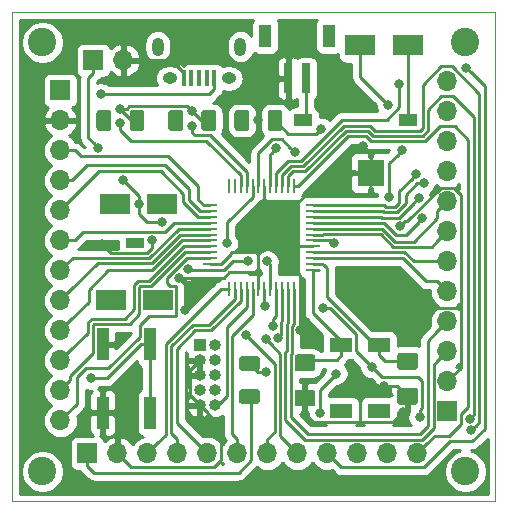
<source format=gbr>
G04 #@! TF.GenerationSoftware,KiCad,Pcbnew,(5.1.4)-1*
G04 #@! TF.CreationDate,2019-10-22T03:03:10-07:00*
G04 #@! TF.ProjectId,SAM_breakout_board,53414d5f-6272-4656-916b-6f75745f626f,rev?*
G04 #@! TF.SameCoordinates,PXd33a380PY5dfc8c0*
G04 #@! TF.FileFunction,Copper,L1,Top*
G04 #@! TF.FilePolarity,Positive*
%FSLAX46Y46*%
G04 Gerber Fmt 4.6, Leading zero omitted, Abs format (unit mm)*
G04 Created by KiCad (PCBNEW (5.1.4)-1) date 2019-10-22 03:03:10*
%MOMM*%
%LPD*%
G04 APERTURE LIST*
%ADD10C,0.050000*%
%ADD11O,1.700000X1.700000*%
%ADD12R,1.700000X1.700000*%
%ADD13C,2.400000*%
%ADD14R,1.900000X1.300000*%
%ADD15R,0.250000X1.300000*%
%ADD16R,1.300000X0.250000*%
%ADD17R,2.300000X2.300000*%
%ADD18C,0.600000*%
%ADD19R,1.600000X0.900000*%
%ADD20R,1.000000X2.800000*%
%ADD21R,1.500000X1.100000*%
%ADD22C,0.100000*%
%ADD23C,1.250000*%
%ADD24R,0.700000X2.500000*%
%ADD25R,1.100000X1.900000*%
%ADD26O,1.000000X1.000000*%
%ADD27R,1.000000X1.000000*%
%ADD28O,1.000000X1.550000*%
%ADD29O,1.250000X0.950000*%
%ADD30R,0.400000X1.350000*%
%ADD31R,2.500000X1.800000*%
%ADD32C,1.425000*%
%ADD33C,0.800000*%
%ADD34C,0.250000*%
%ADD35C,0.254000*%
G04 APERTURE END LIST*
D10*
X-56642000Y-6350000D02*
X-56642000Y35052000D01*
X-15748000Y-6350000D02*
X-56642000Y-6350000D01*
X-15748000Y35052000D02*
X-15748000Y-6350000D01*
X-56642000Y35052000D02*
X-15748000Y35052000D01*
D11*
X-22352000Y-2286000D03*
X-24892000Y-2286000D03*
X-27432000Y-2286000D03*
X-29972000Y-2286000D03*
X-32512000Y-2286000D03*
X-35052000Y-2286000D03*
X-37592000Y-2286000D03*
X-40132000Y-2286000D03*
X-42672000Y-2286000D03*
X-45212000Y-2286000D03*
X-47752000Y-2286000D03*
D12*
X-50292000Y-2286000D03*
D13*
X-54102000Y-3810000D03*
X-18288000Y-3810000D03*
X-18288000Y32512000D03*
X-54102000Y32512000D03*
D11*
X-19812000Y29210000D03*
X-19812000Y26670000D03*
X-19812000Y24130000D03*
X-19812000Y21590000D03*
X-19812000Y19050000D03*
X-19812000Y16510000D03*
X-19812000Y13970000D03*
X-19812000Y11430000D03*
X-19812000Y8890000D03*
X-19812000Y6350000D03*
X-19812000Y3810000D03*
D12*
X-19812000Y1270000D03*
D14*
X-28823520Y6916420D03*
X-28823520Y1316420D03*
X-25623520Y1316420D03*
X-25623520Y6916420D03*
D15*
X-32810000Y11652000D03*
X-33310000Y11652000D03*
X-33810000Y11652000D03*
X-34310000Y11652000D03*
X-34810000Y11652000D03*
X-35310000Y11652000D03*
X-35810000Y11652000D03*
X-36310000Y11652000D03*
X-36810000Y11652000D03*
X-37310000Y11652000D03*
X-37810000Y11652000D03*
X-38310000Y11652000D03*
D16*
X-39910000Y13252000D03*
X-39910000Y13752000D03*
X-39910000Y14252000D03*
X-39910000Y14752000D03*
X-39910000Y15252000D03*
X-39910000Y15752000D03*
X-39910000Y16252000D03*
X-39910000Y16752000D03*
X-39910000Y17252000D03*
X-39910000Y17752000D03*
X-39910000Y18252000D03*
X-39910000Y18752000D03*
D15*
X-38310000Y20352000D03*
X-37810000Y20352000D03*
X-37310000Y20352000D03*
X-36810000Y20352000D03*
X-36310000Y20352000D03*
X-35810000Y20352000D03*
X-35310000Y20352000D03*
X-34810000Y20352000D03*
X-34310000Y20352000D03*
X-33810000Y20352000D03*
X-33310000Y20352000D03*
X-32810000Y20352000D03*
D16*
X-31210000Y18752000D03*
X-31210000Y18252000D03*
X-31210000Y17752000D03*
X-31210000Y17252000D03*
X-31210000Y16752000D03*
X-31210000Y16252000D03*
X-31210000Y15752000D03*
X-31210000Y15252000D03*
X-31210000Y14752000D03*
X-31210000Y14252000D03*
X-31210000Y13752000D03*
X-31210000Y13252000D03*
D17*
X-26288000Y21463000D03*
D18*
X-26789000Y20963000D03*
X-25789000Y20963000D03*
X-26789000Y21963000D03*
X-25789000Y21963000D03*
X-26289000Y21463000D03*
D19*
X-46228000Y15494000D03*
D18*
X-46728000Y15494000D03*
X-45728000Y15494000D03*
D20*
X-44990000Y6964000D03*
X-44990000Y1164000D03*
X-48990000Y6964000D03*
X-48990000Y1164000D03*
D21*
X-23114000Y25908000D03*
X-32014000Y25908000D03*
D22*
G36*
X-35926496Y5963796D02*
G01*
X-35902227Y5960196D01*
X-35878429Y5954235D01*
X-35855329Y5945970D01*
X-35833151Y5935480D01*
X-35812107Y5922867D01*
X-35792402Y5908253D01*
X-35774223Y5891777D01*
X-35757747Y5873598D01*
X-35743133Y5853893D01*
X-35730520Y5832849D01*
X-35720030Y5810671D01*
X-35711765Y5787571D01*
X-35705804Y5763773D01*
X-35702204Y5739504D01*
X-35701000Y5715000D01*
X-35701000Y4965000D01*
X-35702204Y4940496D01*
X-35705804Y4916227D01*
X-35711765Y4892429D01*
X-35720030Y4869329D01*
X-35730520Y4847151D01*
X-35743133Y4826107D01*
X-35757747Y4806402D01*
X-35774223Y4788223D01*
X-35792402Y4771747D01*
X-35812107Y4757133D01*
X-35833151Y4744520D01*
X-35855329Y4734030D01*
X-35878429Y4725765D01*
X-35902227Y4719804D01*
X-35926496Y4716204D01*
X-35951000Y4715000D01*
X-37201000Y4715000D01*
X-37225504Y4716204D01*
X-37249773Y4719804D01*
X-37273571Y4725765D01*
X-37296671Y4734030D01*
X-37318849Y4744520D01*
X-37339893Y4757133D01*
X-37359598Y4771747D01*
X-37377777Y4788223D01*
X-37394253Y4806402D01*
X-37408867Y4826107D01*
X-37421480Y4847151D01*
X-37431970Y4869329D01*
X-37440235Y4892429D01*
X-37446196Y4916227D01*
X-37449796Y4940496D01*
X-37451000Y4965000D01*
X-37451000Y5715000D01*
X-37449796Y5739504D01*
X-37446196Y5763773D01*
X-37440235Y5787571D01*
X-37431970Y5810671D01*
X-37421480Y5832849D01*
X-37408867Y5853893D01*
X-37394253Y5873598D01*
X-37377777Y5891777D01*
X-37359598Y5908253D01*
X-37339893Y5922867D01*
X-37318849Y5935480D01*
X-37296671Y5945970D01*
X-37273571Y5954235D01*
X-37249773Y5960196D01*
X-37225504Y5963796D01*
X-37201000Y5965000D01*
X-35951000Y5965000D01*
X-35926496Y5963796D01*
X-35926496Y5963796D01*
G37*
D23*
X-36576000Y5340000D03*
D22*
G36*
X-35926496Y3163796D02*
G01*
X-35902227Y3160196D01*
X-35878429Y3154235D01*
X-35855329Y3145970D01*
X-35833151Y3135480D01*
X-35812107Y3122867D01*
X-35792402Y3108253D01*
X-35774223Y3091777D01*
X-35757747Y3073598D01*
X-35743133Y3053893D01*
X-35730520Y3032849D01*
X-35720030Y3010671D01*
X-35711765Y2987571D01*
X-35705804Y2963773D01*
X-35702204Y2939504D01*
X-35701000Y2915000D01*
X-35701000Y2165000D01*
X-35702204Y2140496D01*
X-35705804Y2116227D01*
X-35711765Y2092429D01*
X-35720030Y2069329D01*
X-35730520Y2047151D01*
X-35743133Y2026107D01*
X-35757747Y2006402D01*
X-35774223Y1988223D01*
X-35792402Y1971747D01*
X-35812107Y1957133D01*
X-35833151Y1944520D01*
X-35855329Y1934030D01*
X-35878429Y1925765D01*
X-35902227Y1919804D01*
X-35926496Y1916204D01*
X-35951000Y1915000D01*
X-37201000Y1915000D01*
X-37225504Y1916204D01*
X-37249773Y1919804D01*
X-37273571Y1925765D01*
X-37296671Y1934030D01*
X-37318849Y1944520D01*
X-37339893Y1957133D01*
X-37359598Y1971747D01*
X-37377777Y1988223D01*
X-37394253Y2006402D01*
X-37408867Y2026107D01*
X-37421480Y2047151D01*
X-37431970Y2069329D01*
X-37440235Y2092429D01*
X-37446196Y2116227D01*
X-37449796Y2140496D01*
X-37451000Y2165000D01*
X-37451000Y2915000D01*
X-37449796Y2939504D01*
X-37446196Y2963773D01*
X-37440235Y2987571D01*
X-37431970Y3010671D01*
X-37421480Y3032849D01*
X-37408867Y3053893D01*
X-37394253Y3073598D01*
X-37377777Y3091777D01*
X-37359598Y3108253D01*
X-37339893Y3122867D01*
X-37318849Y3135480D01*
X-37296671Y3145970D01*
X-37273571Y3154235D01*
X-37249773Y3160196D01*
X-37225504Y3163796D01*
X-37201000Y3165000D01*
X-35951000Y3165000D01*
X-35926496Y3163796D01*
X-35926496Y3163796D01*
G37*
D23*
X-36576000Y2540000D03*
D11*
X-52578000Y508000D03*
X-52578000Y3048000D03*
X-52578000Y5588000D03*
X-52578000Y8128000D03*
X-52578000Y10668000D03*
X-52578000Y13208000D03*
X-52578000Y15748000D03*
X-52578000Y18288000D03*
X-52578000Y20828000D03*
X-52578000Y23368000D03*
X-52578000Y25908000D03*
D12*
X-52578000Y28448000D03*
D24*
X-31774000Y29464000D03*
X-33274000Y29464000D03*
D25*
X-29824000Y33064000D03*
X-35224000Y33064000D03*
D26*
X-39512240Y1813560D03*
X-40782240Y1813560D03*
X-39512240Y3083560D03*
X-40782240Y3083560D03*
X-39512240Y4353560D03*
X-40782240Y4353560D03*
X-39512240Y5623560D03*
X-40782240Y5623560D03*
X-39512240Y6893560D03*
D27*
X-40782240Y6893560D03*
D28*
X-44338000Y32164000D03*
X-37338000Y32164000D03*
D29*
X-38338000Y29464000D03*
X-43338000Y29464000D03*
D30*
X-39538000Y29464000D03*
X-40188000Y29464000D03*
X-42138000Y29464000D03*
X-41488000Y29464000D03*
X-40838000Y29464000D03*
D11*
X-47244000Y30988000D03*
D12*
X-49784000Y30988000D03*
D22*
G36*
X-34014496Y26781796D02*
G01*
X-33990227Y26778196D01*
X-33966429Y26772235D01*
X-33943329Y26763970D01*
X-33921151Y26753480D01*
X-33900107Y26740867D01*
X-33880402Y26726253D01*
X-33862223Y26709777D01*
X-33845747Y26691598D01*
X-33831133Y26671893D01*
X-33818520Y26650849D01*
X-33808030Y26628671D01*
X-33799765Y26605571D01*
X-33793804Y26581773D01*
X-33790204Y26557504D01*
X-33789000Y26533000D01*
X-33789000Y25283000D01*
X-33790204Y25258496D01*
X-33793804Y25234227D01*
X-33799765Y25210429D01*
X-33808030Y25187329D01*
X-33818520Y25165151D01*
X-33831133Y25144107D01*
X-33845747Y25124402D01*
X-33862223Y25106223D01*
X-33880402Y25089747D01*
X-33900107Y25075133D01*
X-33921151Y25062520D01*
X-33943329Y25052030D01*
X-33966429Y25043765D01*
X-33990227Y25037804D01*
X-34014496Y25034204D01*
X-34039000Y25033000D01*
X-34789000Y25033000D01*
X-34813504Y25034204D01*
X-34837773Y25037804D01*
X-34861571Y25043765D01*
X-34884671Y25052030D01*
X-34906849Y25062520D01*
X-34927893Y25075133D01*
X-34947598Y25089747D01*
X-34965777Y25106223D01*
X-34982253Y25124402D01*
X-34996867Y25144107D01*
X-35009480Y25165151D01*
X-35019970Y25187329D01*
X-35028235Y25210429D01*
X-35034196Y25234227D01*
X-35037796Y25258496D01*
X-35039000Y25283000D01*
X-35039000Y26533000D01*
X-35037796Y26557504D01*
X-35034196Y26581773D01*
X-35028235Y26605571D01*
X-35019970Y26628671D01*
X-35009480Y26650849D01*
X-34996867Y26671893D01*
X-34982253Y26691598D01*
X-34965777Y26709777D01*
X-34947598Y26726253D01*
X-34927893Y26740867D01*
X-34906849Y26753480D01*
X-34884671Y26763970D01*
X-34861571Y26772235D01*
X-34837773Y26778196D01*
X-34813504Y26781796D01*
X-34789000Y26783000D01*
X-34039000Y26783000D01*
X-34014496Y26781796D01*
X-34014496Y26781796D01*
G37*
D23*
X-34414000Y25908000D03*
D22*
G36*
X-36814496Y26781796D02*
G01*
X-36790227Y26778196D01*
X-36766429Y26772235D01*
X-36743329Y26763970D01*
X-36721151Y26753480D01*
X-36700107Y26740867D01*
X-36680402Y26726253D01*
X-36662223Y26709777D01*
X-36645747Y26691598D01*
X-36631133Y26671893D01*
X-36618520Y26650849D01*
X-36608030Y26628671D01*
X-36599765Y26605571D01*
X-36593804Y26581773D01*
X-36590204Y26557504D01*
X-36589000Y26533000D01*
X-36589000Y25283000D01*
X-36590204Y25258496D01*
X-36593804Y25234227D01*
X-36599765Y25210429D01*
X-36608030Y25187329D01*
X-36618520Y25165151D01*
X-36631133Y25144107D01*
X-36645747Y25124402D01*
X-36662223Y25106223D01*
X-36680402Y25089747D01*
X-36700107Y25075133D01*
X-36721151Y25062520D01*
X-36743329Y25052030D01*
X-36766429Y25043765D01*
X-36790227Y25037804D01*
X-36814496Y25034204D01*
X-36839000Y25033000D01*
X-37589000Y25033000D01*
X-37613504Y25034204D01*
X-37637773Y25037804D01*
X-37661571Y25043765D01*
X-37684671Y25052030D01*
X-37706849Y25062520D01*
X-37727893Y25075133D01*
X-37747598Y25089747D01*
X-37765777Y25106223D01*
X-37782253Y25124402D01*
X-37796867Y25144107D01*
X-37809480Y25165151D01*
X-37819970Y25187329D01*
X-37828235Y25210429D01*
X-37834196Y25234227D01*
X-37837796Y25258496D01*
X-37839000Y25283000D01*
X-37839000Y26533000D01*
X-37837796Y26557504D01*
X-37834196Y26581773D01*
X-37828235Y26605571D01*
X-37819970Y26628671D01*
X-37809480Y26650849D01*
X-37796867Y26671893D01*
X-37782253Y26691598D01*
X-37765777Y26709777D01*
X-37747598Y26726253D01*
X-37727893Y26740867D01*
X-37706849Y26753480D01*
X-37684671Y26763970D01*
X-37661571Y26772235D01*
X-37637773Y26778196D01*
X-37613504Y26781796D01*
X-37589000Y26783000D01*
X-36839000Y26783000D01*
X-36814496Y26781796D01*
X-36814496Y26781796D01*
G37*
D23*
X-37214000Y25908000D03*
D22*
G36*
X-45698496Y26781796D02*
G01*
X-45674227Y26778196D01*
X-45650429Y26772235D01*
X-45627329Y26763970D01*
X-45605151Y26753480D01*
X-45584107Y26740867D01*
X-45564402Y26726253D01*
X-45546223Y26709777D01*
X-45529747Y26691598D01*
X-45515133Y26671893D01*
X-45502520Y26650849D01*
X-45492030Y26628671D01*
X-45483765Y26605571D01*
X-45477804Y26581773D01*
X-45474204Y26557504D01*
X-45473000Y26533000D01*
X-45473000Y25283000D01*
X-45474204Y25258496D01*
X-45477804Y25234227D01*
X-45483765Y25210429D01*
X-45492030Y25187329D01*
X-45502520Y25165151D01*
X-45515133Y25144107D01*
X-45529747Y25124402D01*
X-45546223Y25106223D01*
X-45564402Y25089747D01*
X-45584107Y25075133D01*
X-45605151Y25062520D01*
X-45627329Y25052030D01*
X-45650429Y25043765D01*
X-45674227Y25037804D01*
X-45698496Y25034204D01*
X-45723000Y25033000D01*
X-46473000Y25033000D01*
X-46497504Y25034204D01*
X-46521773Y25037804D01*
X-46545571Y25043765D01*
X-46568671Y25052030D01*
X-46590849Y25062520D01*
X-46611893Y25075133D01*
X-46631598Y25089747D01*
X-46649777Y25106223D01*
X-46666253Y25124402D01*
X-46680867Y25144107D01*
X-46693480Y25165151D01*
X-46703970Y25187329D01*
X-46712235Y25210429D01*
X-46718196Y25234227D01*
X-46721796Y25258496D01*
X-46723000Y25283000D01*
X-46723000Y26533000D01*
X-46721796Y26557504D01*
X-46718196Y26581773D01*
X-46712235Y26605571D01*
X-46703970Y26628671D01*
X-46693480Y26650849D01*
X-46680867Y26671893D01*
X-46666253Y26691598D01*
X-46649777Y26709777D01*
X-46631598Y26726253D01*
X-46611893Y26740867D01*
X-46590849Y26753480D01*
X-46568671Y26763970D01*
X-46545571Y26772235D01*
X-46521773Y26778196D01*
X-46497504Y26781796D01*
X-46473000Y26783000D01*
X-45723000Y26783000D01*
X-45698496Y26781796D01*
X-45698496Y26781796D01*
G37*
D23*
X-46098000Y25908000D03*
D22*
G36*
X-48498496Y26781796D02*
G01*
X-48474227Y26778196D01*
X-48450429Y26772235D01*
X-48427329Y26763970D01*
X-48405151Y26753480D01*
X-48384107Y26740867D01*
X-48364402Y26726253D01*
X-48346223Y26709777D01*
X-48329747Y26691598D01*
X-48315133Y26671893D01*
X-48302520Y26650849D01*
X-48292030Y26628671D01*
X-48283765Y26605571D01*
X-48277804Y26581773D01*
X-48274204Y26557504D01*
X-48273000Y26533000D01*
X-48273000Y25283000D01*
X-48274204Y25258496D01*
X-48277804Y25234227D01*
X-48283765Y25210429D01*
X-48292030Y25187329D01*
X-48302520Y25165151D01*
X-48315133Y25144107D01*
X-48329747Y25124402D01*
X-48346223Y25106223D01*
X-48364402Y25089747D01*
X-48384107Y25075133D01*
X-48405151Y25062520D01*
X-48427329Y25052030D01*
X-48450429Y25043765D01*
X-48474227Y25037804D01*
X-48498496Y25034204D01*
X-48523000Y25033000D01*
X-49273000Y25033000D01*
X-49297504Y25034204D01*
X-49321773Y25037804D01*
X-49345571Y25043765D01*
X-49368671Y25052030D01*
X-49390849Y25062520D01*
X-49411893Y25075133D01*
X-49431598Y25089747D01*
X-49449777Y25106223D01*
X-49466253Y25124402D01*
X-49480867Y25144107D01*
X-49493480Y25165151D01*
X-49503970Y25187329D01*
X-49512235Y25210429D01*
X-49518196Y25234227D01*
X-49521796Y25258496D01*
X-49523000Y25283000D01*
X-49523000Y26533000D01*
X-49521796Y26557504D01*
X-49518196Y26581773D01*
X-49512235Y26605571D01*
X-49503970Y26628671D01*
X-49493480Y26650849D01*
X-49480867Y26671893D01*
X-49466253Y26691598D01*
X-49449777Y26709777D01*
X-49431598Y26726253D01*
X-49411893Y26740867D01*
X-49390849Y26753480D01*
X-49368671Y26763970D01*
X-49345571Y26772235D01*
X-49321773Y26778196D01*
X-49297504Y26781796D01*
X-49273000Y26783000D01*
X-48523000Y26783000D01*
X-48498496Y26781796D01*
X-48498496Y26781796D01*
G37*
D23*
X-48898000Y25908000D03*
D22*
G36*
X-39614896Y26781796D02*
G01*
X-39590627Y26778196D01*
X-39566829Y26772235D01*
X-39543729Y26763970D01*
X-39521551Y26753480D01*
X-39500507Y26740867D01*
X-39480802Y26726253D01*
X-39462623Y26709777D01*
X-39446147Y26691598D01*
X-39431533Y26671893D01*
X-39418920Y26650849D01*
X-39408430Y26628671D01*
X-39400165Y26605571D01*
X-39394204Y26581773D01*
X-39390604Y26557504D01*
X-39389400Y26533000D01*
X-39389400Y25283000D01*
X-39390604Y25258496D01*
X-39394204Y25234227D01*
X-39400165Y25210429D01*
X-39408430Y25187329D01*
X-39418920Y25165151D01*
X-39431533Y25144107D01*
X-39446147Y25124402D01*
X-39462623Y25106223D01*
X-39480802Y25089747D01*
X-39500507Y25075133D01*
X-39521551Y25062520D01*
X-39543729Y25052030D01*
X-39566829Y25043765D01*
X-39590627Y25037804D01*
X-39614896Y25034204D01*
X-39639400Y25033000D01*
X-40389400Y25033000D01*
X-40413904Y25034204D01*
X-40438173Y25037804D01*
X-40461971Y25043765D01*
X-40485071Y25052030D01*
X-40507249Y25062520D01*
X-40528293Y25075133D01*
X-40547998Y25089747D01*
X-40566177Y25106223D01*
X-40582653Y25124402D01*
X-40597267Y25144107D01*
X-40609880Y25165151D01*
X-40620370Y25187329D01*
X-40628635Y25210429D01*
X-40634596Y25234227D01*
X-40638196Y25258496D01*
X-40639400Y25283000D01*
X-40639400Y26533000D01*
X-40638196Y26557504D01*
X-40634596Y26581773D01*
X-40628635Y26605571D01*
X-40620370Y26628671D01*
X-40609880Y26650849D01*
X-40597267Y26671893D01*
X-40582653Y26691598D01*
X-40566177Y26709777D01*
X-40547998Y26726253D01*
X-40528293Y26740867D01*
X-40507249Y26753480D01*
X-40485071Y26763970D01*
X-40461971Y26772235D01*
X-40438173Y26778196D01*
X-40413904Y26781796D01*
X-40389400Y26783000D01*
X-39639400Y26783000D01*
X-39614896Y26781796D01*
X-39614896Y26781796D01*
G37*
D23*
X-40014400Y25908000D03*
D22*
G36*
X-42414896Y26781796D02*
G01*
X-42390627Y26778196D01*
X-42366829Y26772235D01*
X-42343729Y26763970D01*
X-42321551Y26753480D01*
X-42300507Y26740867D01*
X-42280802Y26726253D01*
X-42262623Y26709777D01*
X-42246147Y26691598D01*
X-42231533Y26671893D01*
X-42218920Y26650849D01*
X-42208430Y26628671D01*
X-42200165Y26605571D01*
X-42194204Y26581773D01*
X-42190604Y26557504D01*
X-42189400Y26533000D01*
X-42189400Y25283000D01*
X-42190604Y25258496D01*
X-42194204Y25234227D01*
X-42200165Y25210429D01*
X-42208430Y25187329D01*
X-42218920Y25165151D01*
X-42231533Y25144107D01*
X-42246147Y25124402D01*
X-42262623Y25106223D01*
X-42280802Y25089747D01*
X-42300507Y25075133D01*
X-42321551Y25062520D01*
X-42343729Y25052030D01*
X-42366829Y25043765D01*
X-42390627Y25037804D01*
X-42414896Y25034204D01*
X-42439400Y25033000D01*
X-43189400Y25033000D01*
X-43213904Y25034204D01*
X-43238173Y25037804D01*
X-43261971Y25043765D01*
X-43285071Y25052030D01*
X-43307249Y25062520D01*
X-43328293Y25075133D01*
X-43347998Y25089747D01*
X-43366177Y25106223D01*
X-43382653Y25124402D01*
X-43397267Y25144107D01*
X-43409880Y25165151D01*
X-43420370Y25187329D01*
X-43428635Y25210429D01*
X-43434596Y25234227D01*
X-43438196Y25258496D01*
X-43439400Y25283000D01*
X-43439400Y26533000D01*
X-43438196Y26557504D01*
X-43434596Y26581773D01*
X-43428635Y26605571D01*
X-43420370Y26628671D01*
X-43409880Y26650849D01*
X-43397267Y26671893D01*
X-43382653Y26691598D01*
X-43366177Y26709777D01*
X-43347998Y26726253D01*
X-43328293Y26740867D01*
X-43307249Y26753480D01*
X-43285071Y26763970D01*
X-43261971Y26772235D01*
X-43238173Y26778196D01*
X-43213904Y26781796D01*
X-43189400Y26783000D01*
X-42439400Y26783000D01*
X-42414896Y26781796D01*
X-42414896Y26781796D01*
G37*
D23*
X-42814400Y25908000D03*
D31*
X-27178000Y32258000D03*
X-23178000Y32258000D03*
X-44323000Y10668000D03*
X-48323000Y10668000D03*
X-43942000Y18796000D03*
X-47942000Y18796000D03*
D22*
G36*
X-31227496Y6099296D02*
G01*
X-31203227Y6095696D01*
X-31179429Y6089735D01*
X-31156329Y6081470D01*
X-31134151Y6070980D01*
X-31113107Y6058367D01*
X-31093402Y6043753D01*
X-31075223Y6027277D01*
X-31058747Y6009098D01*
X-31044133Y5989393D01*
X-31031520Y5968349D01*
X-31021030Y5946171D01*
X-31012765Y5923071D01*
X-31006804Y5899273D01*
X-31003204Y5875004D01*
X-31002000Y5850500D01*
X-31002000Y4925500D01*
X-31003204Y4900996D01*
X-31006804Y4876727D01*
X-31012765Y4852929D01*
X-31021030Y4829829D01*
X-31031520Y4807651D01*
X-31044133Y4786607D01*
X-31058747Y4766902D01*
X-31075223Y4748723D01*
X-31093402Y4732247D01*
X-31113107Y4717633D01*
X-31134151Y4705020D01*
X-31156329Y4694530D01*
X-31179429Y4686265D01*
X-31203227Y4680304D01*
X-31227496Y4676704D01*
X-31252000Y4675500D01*
X-32502000Y4675500D01*
X-32526504Y4676704D01*
X-32550773Y4680304D01*
X-32574571Y4686265D01*
X-32597671Y4694530D01*
X-32619849Y4705020D01*
X-32640893Y4717633D01*
X-32660598Y4732247D01*
X-32678777Y4748723D01*
X-32695253Y4766902D01*
X-32709867Y4786607D01*
X-32722480Y4807651D01*
X-32732970Y4829829D01*
X-32741235Y4852929D01*
X-32747196Y4876727D01*
X-32750796Y4900996D01*
X-32752000Y4925500D01*
X-32752000Y5850500D01*
X-32750796Y5875004D01*
X-32747196Y5899273D01*
X-32741235Y5923071D01*
X-32732970Y5946171D01*
X-32722480Y5968349D01*
X-32709867Y5989393D01*
X-32695253Y6009098D01*
X-32678777Y6027277D01*
X-32660598Y6043753D01*
X-32640893Y6058367D01*
X-32619849Y6070980D01*
X-32597671Y6081470D01*
X-32574571Y6089735D01*
X-32550773Y6095696D01*
X-32526504Y6099296D01*
X-32502000Y6100500D01*
X-31252000Y6100500D01*
X-31227496Y6099296D01*
X-31227496Y6099296D01*
G37*
D32*
X-31877000Y5388000D03*
D22*
G36*
X-31227496Y3124296D02*
G01*
X-31203227Y3120696D01*
X-31179429Y3114735D01*
X-31156329Y3106470D01*
X-31134151Y3095980D01*
X-31113107Y3083367D01*
X-31093402Y3068753D01*
X-31075223Y3052277D01*
X-31058747Y3034098D01*
X-31044133Y3014393D01*
X-31031520Y2993349D01*
X-31021030Y2971171D01*
X-31012765Y2948071D01*
X-31006804Y2924273D01*
X-31003204Y2900004D01*
X-31002000Y2875500D01*
X-31002000Y1950500D01*
X-31003204Y1925996D01*
X-31006804Y1901727D01*
X-31012765Y1877929D01*
X-31021030Y1854829D01*
X-31031520Y1832651D01*
X-31044133Y1811607D01*
X-31058747Y1791902D01*
X-31075223Y1773723D01*
X-31093402Y1757247D01*
X-31113107Y1742633D01*
X-31134151Y1730020D01*
X-31156329Y1719530D01*
X-31179429Y1711265D01*
X-31203227Y1705304D01*
X-31227496Y1701704D01*
X-31252000Y1700500D01*
X-32502000Y1700500D01*
X-32526504Y1701704D01*
X-32550773Y1705304D01*
X-32574571Y1711265D01*
X-32597671Y1719530D01*
X-32619849Y1730020D01*
X-32640893Y1742633D01*
X-32660598Y1757247D01*
X-32678777Y1773723D01*
X-32695253Y1791902D01*
X-32709867Y1811607D01*
X-32722480Y1832651D01*
X-32732970Y1854829D01*
X-32741235Y1877929D01*
X-32747196Y1901727D01*
X-32750796Y1925996D01*
X-32752000Y1950500D01*
X-32752000Y2875500D01*
X-32750796Y2900004D01*
X-32747196Y2924273D01*
X-32741235Y2948071D01*
X-32732970Y2971171D01*
X-32722480Y2993349D01*
X-32709867Y3014393D01*
X-32695253Y3034098D01*
X-32678777Y3052277D01*
X-32660598Y3068753D01*
X-32640893Y3083367D01*
X-32619849Y3095980D01*
X-32597671Y3106470D01*
X-32574571Y3114735D01*
X-32550773Y3120696D01*
X-32526504Y3124296D01*
X-32502000Y3125500D01*
X-31252000Y3125500D01*
X-31227496Y3124296D01*
X-31227496Y3124296D01*
G37*
D32*
X-31877000Y2413000D03*
D22*
G36*
X-22533076Y3263336D02*
G01*
X-22508807Y3259736D01*
X-22485009Y3253775D01*
X-22461909Y3245510D01*
X-22439731Y3235020D01*
X-22418687Y3222407D01*
X-22398982Y3207793D01*
X-22380803Y3191317D01*
X-22364327Y3173138D01*
X-22349713Y3153433D01*
X-22337100Y3132389D01*
X-22326610Y3110211D01*
X-22318345Y3087111D01*
X-22312384Y3063313D01*
X-22308784Y3039044D01*
X-22307580Y3014540D01*
X-22307580Y2089540D01*
X-22308784Y2065036D01*
X-22312384Y2040767D01*
X-22318345Y2016969D01*
X-22326610Y1993869D01*
X-22337100Y1971691D01*
X-22349713Y1950647D01*
X-22364327Y1930942D01*
X-22380803Y1912763D01*
X-22398982Y1896287D01*
X-22418687Y1881673D01*
X-22439731Y1869060D01*
X-22461909Y1858570D01*
X-22485009Y1850305D01*
X-22508807Y1844344D01*
X-22533076Y1840744D01*
X-22557580Y1839540D01*
X-23807580Y1839540D01*
X-23832084Y1840744D01*
X-23856353Y1844344D01*
X-23880151Y1850305D01*
X-23903251Y1858570D01*
X-23925429Y1869060D01*
X-23946473Y1881673D01*
X-23966178Y1896287D01*
X-23984357Y1912763D01*
X-24000833Y1930942D01*
X-24015447Y1950647D01*
X-24028060Y1971691D01*
X-24038550Y1993869D01*
X-24046815Y2016969D01*
X-24052776Y2040767D01*
X-24056376Y2065036D01*
X-24057580Y2089540D01*
X-24057580Y3014540D01*
X-24056376Y3039044D01*
X-24052776Y3063313D01*
X-24046815Y3087111D01*
X-24038550Y3110211D01*
X-24028060Y3132389D01*
X-24015447Y3153433D01*
X-24000833Y3173138D01*
X-23984357Y3191317D01*
X-23966178Y3207793D01*
X-23946473Y3222407D01*
X-23925429Y3235020D01*
X-23903251Y3245510D01*
X-23880151Y3253775D01*
X-23856353Y3259736D01*
X-23832084Y3263336D01*
X-23807580Y3264540D01*
X-22557580Y3264540D01*
X-22533076Y3263336D01*
X-22533076Y3263336D01*
G37*
D32*
X-23182580Y2552040D03*
D22*
G36*
X-22533076Y6238336D02*
G01*
X-22508807Y6234736D01*
X-22485009Y6228775D01*
X-22461909Y6220510D01*
X-22439731Y6210020D01*
X-22418687Y6197407D01*
X-22398982Y6182793D01*
X-22380803Y6166317D01*
X-22364327Y6148138D01*
X-22349713Y6128433D01*
X-22337100Y6107389D01*
X-22326610Y6085211D01*
X-22318345Y6062111D01*
X-22312384Y6038313D01*
X-22308784Y6014044D01*
X-22307580Y5989540D01*
X-22307580Y5064540D01*
X-22308784Y5040036D01*
X-22312384Y5015767D01*
X-22318345Y4991969D01*
X-22326610Y4968869D01*
X-22337100Y4946691D01*
X-22349713Y4925647D01*
X-22364327Y4905942D01*
X-22380803Y4887763D01*
X-22398982Y4871287D01*
X-22418687Y4856673D01*
X-22439731Y4844060D01*
X-22461909Y4833570D01*
X-22485009Y4825305D01*
X-22508807Y4819344D01*
X-22533076Y4815744D01*
X-22557580Y4814540D01*
X-23807580Y4814540D01*
X-23832084Y4815744D01*
X-23856353Y4819344D01*
X-23880151Y4825305D01*
X-23903251Y4833570D01*
X-23925429Y4844060D01*
X-23946473Y4856673D01*
X-23966178Y4871287D01*
X-23984357Y4887763D01*
X-24000833Y4905942D01*
X-24015447Y4925647D01*
X-24028060Y4946691D01*
X-24038550Y4968869D01*
X-24046815Y4991969D01*
X-24052776Y5015767D01*
X-24056376Y5040036D01*
X-24057580Y5064540D01*
X-24057580Y5989540D01*
X-24056376Y6014044D01*
X-24052776Y6038313D01*
X-24046815Y6062111D01*
X-24038550Y6085211D01*
X-24028060Y6107389D01*
X-24015447Y6128433D01*
X-24000833Y6148138D01*
X-23984357Y6166317D01*
X-23966178Y6182793D01*
X-23946473Y6197407D01*
X-23925429Y6210020D01*
X-23903251Y6220510D01*
X-23880151Y6228775D01*
X-23856353Y6234736D01*
X-23832084Y6238336D01*
X-23807580Y6239540D01*
X-22557580Y6239540D01*
X-22533076Y6238336D01*
X-22533076Y6238336D01*
G37*
D32*
X-23182580Y5527040D03*
D33*
X-48986440Y7889240D03*
X-23622000Y8128000D03*
X-32258000Y8128000D03*
X-27178000Y10922000D03*
X-23622000Y8128000D03*
X-23622000Y10922000D03*
X-43688000Y18542000D03*
X-44322996Y10668000D03*
X-36576000Y2540000D03*
X-42672000Y25908000D03*
X-37338000Y25908000D03*
X-48768000Y25908000D03*
X-35814000Y25908000D03*
X-35306000Y18034000D03*
X-49022000Y15457010D03*
X-44827996Y15767377D03*
X-23815976Y16961073D03*
X-25146000Y3429000D03*
X-23553469Y1201469D03*
X-31877000Y1016000D03*
X-41402000Y26670000D03*
X-45901986Y18796000D03*
X-47244000Y20828000D03*
X-36703000Y13970000D03*
X-35052000Y13970000D03*
X-30607000Y1143000D03*
X-34290000Y23585010D03*
X-29210000Y4471400D03*
X-47533560Y26873200D03*
X-48006000Y18542000D03*
X-49356795Y23585010D03*
X-48322916Y10668000D03*
X-29440598Y15530990D03*
X-30353000Y10033000D03*
X-35271428Y10194572D03*
X-26220840Y5021160D03*
X-22162022Y791827D03*
X-24855010Y27248698D03*
X-30527774Y25193778D03*
X-34158022Y7508549D03*
X-35152053Y4644290D03*
X-34608033Y8490524D03*
X-21927521Y17648161D03*
X-22250231Y19376090D03*
X-21832038Y20571635D03*
X-22448493Y21359033D03*
X-35179000Y7366014D03*
X-32754398Y23215032D03*
X-38481000Y15494000D03*
X-36876833Y7726137D03*
X-23876000Y28956000D03*
X-18213939Y30376261D03*
X-17817994Y-330497D03*
X-17911990Y665087D03*
X-42022989Y9837003D03*
X-42542872Y12565817D03*
X-26979880Y23718520D03*
X-41743209Y13290827D03*
X-43935787Y17295988D03*
X-49159161Y28122880D03*
X-50005000Y4064000D03*
X-41402000Y25400000D03*
X-47498000Y25654000D03*
X-24765000Y19431000D03*
X-23622000Y23407921D03*
D34*
X-35310000Y19452000D02*
X-35306000Y19448000D01*
X-35310000Y20352000D02*
X-35310000Y19452000D01*
X-35306000Y19448000D02*
X-35306000Y18034000D01*
X-35810000Y17530000D02*
X-35306000Y18034000D01*
X-35810000Y14736000D02*
X-35810000Y17530000D01*
X-31210000Y15252000D02*
X-32524000Y15252000D01*
X-45233466Y14718999D02*
X-44827996Y15124469D01*
X-48283989Y14718999D02*
X-45233466Y14718999D01*
X-44827996Y15124469D02*
X-44827996Y15201692D01*
X-49022000Y15457010D02*
X-48283989Y14718999D01*
X-44827996Y15201692D02*
X-44827996Y15767377D01*
X-38162410Y14736000D02*
X-35810000Y14736000D01*
X-19812000Y3810000D02*
X-18636999Y4985001D01*
X-22850653Y10150653D02*
X-23622000Y10922000D01*
X-22765001Y10065001D02*
X-22850653Y10150653D01*
X-18828001Y10065001D02*
X-22765001Y10065001D01*
X-18636999Y9873999D02*
X-18828001Y10065001D01*
X-18636999Y4985001D02*
X-18636999Y9873999D01*
X-27178000Y10922000D02*
X-23622000Y10922000D01*
X-23622000Y10922000D02*
X-23622000Y8128000D01*
X-23415977Y17361072D02*
X-23815976Y16961073D01*
X-18636999Y19614001D02*
X-19247999Y20225001D01*
X-20376001Y20225001D02*
X-23239930Y17361072D01*
X-19247999Y20225001D02*
X-20376001Y20225001D01*
X-23239930Y17361072D02*
X-23415977Y17361072D01*
X-18636999Y9873999D02*
X-18636999Y19614001D01*
X-24059540Y3429000D02*
X-23182580Y2552040D01*
X-25146000Y3429000D02*
X-24059540Y3429000D01*
X-24413519Y341419D02*
X-31202419Y341419D01*
X-23182580Y2552040D02*
X-23182580Y1572358D01*
X-23182580Y1572358D02*
X-23553469Y1201469D01*
X-31877000Y1016000D02*
X-31877000Y1016000D01*
X-31202419Y341419D02*
X-31877000Y1016000D01*
X-23553469Y1201469D02*
X-24413519Y341419D01*
X-31877000Y1016000D02*
X-31877000Y2413000D01*
X-32258000Y8128000D02*
X-32258000Y12827000D01*
X-34036000Y14605000D02*
X-34036000Y16764000D01*
X-32258000Y12827000D02*
X-34036000Y14605000D01*
X-32524000Y15252000D02*
X-34036000Y16764000D01*
X-34036000Y16764000D02*
X-35306000Y18034000D01*
X-42138000Y29939000D02*
X-42138000Y29464000D01*
X-43187000Y30988000D02*
X-42138000Y29939000D01*
X-47244000Y30988000D02*
X-43187000Y30988000D01*
X-45901986Y19485986D02*
X-45901986Y18796000D01*
X-47244000Y20828000D02*
X-45901986Y19485986D01*
X-45240990Y17295988D02*
X-44501472Y17295988D01*
X-44501472Y17295988D02*
X-43935787Y17295988D01*
X-45901986Y17956984D02*
X-45240990Y17295988D01*
X-45901986Y18796000D02*
X-45901986Y17956984D01*
X-36703000Y13970000D02*
X-36703000Y13970000D01*
X-34810000Y13728000D02*
X-34810000Y11652000D01*
X-35052000Y13970000D02*
X-34810000Y13728000D01*
X-34810000Y20352000D02*
X-34810000Y23065010D01*
X-34810000Y23065010D02*
X-34689999Y23185011D01*
X-34689999Y23185011D02*
X-34290000Y23585010D01*
X-30607000Y3074400D02*
X-29609999Y4071401D01*
X-29609999Y4071401D02*
X-29210000Y4471400D01*
X-30607000Y1143000D02*
X-30607000Y3074400D01*
X-24157580Y5527040D02*
X-23182580Y5527040D01*
X-25134140Y5527040D02*
X-24157580Y5527040D01*
X-25623520Y6016420D02*
X-25134140Y5527040D01*
X-25623520Y6916420D02*
X-25623520Y6016420D01*
X-25966420Y6916420D02*
X-25623520Y6916420D01*
X-30310000Y13752000D02*
X-30310000Y13702001D01*
X-31210000Y13752000D02*
X-30310000Y13752000D01*
X-30310000Y13702001D02*
X-30299999Y13702001D01*
X-30299999Y13702001D02*
X-29972000Y13374002D01*
X-29972000Y13374002D02*
X-29972000Y10922000D01*
X-29972000Y10922000D02*
X-25966420Y6916420D01*
X-30685000Y13252000D02*
X-31210000Y13252000D01*
X-28823520Y6016420D02*
X-28823520Y6916420D01*
X-29193520Y5646420D02*
X-28823520Y6016420D01*
X-31211520Y5646420D02*
X-29193520Y5646420D01*
X-48006000Y18796000D02*
X-47752000Y18542000D01*
X-29661608Y15752000D02*
X-29440598Y15530990D01*
X-31210000Y15752000D02*
X-29661608Y15752000D01*
X-30353000Y10033000D02*
X-30353000Y10033000D01*
X-35310000Y10233144D02*
X-35271428Y10194572D01*
X-35310000Y11652000D02*
X-35310000Y10233144D01*
X-27548519Y7794204D02*
X-27548519Y6348839D01*
X-30353000Y10033000D02*
X-29787315Y10033000D01*
X-26620839Y5421159D02*
X-26220840Y5021160D01*
X-29787315Y10033000D02*
X-27548519Y7794204D01*
X-27548519Y6348839D02*
X-26620839Y5421159D01*
X-22162022Y1357512D02*
X-22162022Y791827D01*
X-21934010Y1585524D02*
X-22162022Y1357512D01*
X-21934010Y3840571D02*
X-21934010Y1585524D01*
X-22265440Y4172001D02*
X-21934010Y3840571D01*
X-26220840Y5021160D02*
X-25371681Y4172001D01*
X-25371681Y4172001D02*
X-22265440Y4172001D01*
X-27178000Y32258000D02*
X-27178000Y29571688D01*
X-25255009Y27648697D02*
X-24855010Y27248698D01*
X-27178000Y29571688D02*
X-25255009Y27648697D01*
X-31210000Y13252000D02*
X-31210000Y9621410D01*
X-28823520Y7234930D02*
X-28823520Y6916420D01*
X-31210000Y9621410D02*
X-28823520Y7234930D01*
X-33299779Y24793779D02*
X-30927773Y24793779D01*
X-34414000Y25908000D02*
X-33299779Y24793779D01*
X-30927773Y24793779D02*
X-30527774Y25193778D01*
X-23178000Y31402000D02*
X-23178000Y32258000D01*
X-23114000Y31338000D02*
X-23178000Y31402000D01*
X-23114000Y25908000D02*
X-23114000Y31338000D01*
X-33810000Y11652000D02*
X-33810000Y8921824D01*
X-33883023Y8848801D02*
X-33883023Y7783548D01*
X-33810000Y8921824D02*
X-33883023Y8848801D01*
X-33883023Y7783548D02*
X-34158022Y7508549D01*
X-35106710Y4644290D02*
X-35106710Y4644290D01*
X-35880290Y4644290D02*
X-35152053Y4644290D01*
X-36576000Y5340000D02*
X-35880290Y4644290D01*
X-34310000Y9354242D02*
X-34608033Y9056209D01*
X-34608033Y9056209D02*
X-34608033Y8490524D01*
X-34310000Y11652000D02*
X-34310000Y9354242D01*
X-31774000Y26148000D02*
X-32014000Y25908000D01*
X-31774000Y29464000D02*
X-31774000Y26148000D01*
X-23584236Y14252000D02*
X-21612235Y12279999D01*
X-20661999Y12279999D02*
X-19812000Y11430000D01*
X-31210000Y14252000D02*
X-23584236Y14252000D01*
X-21612235Y12279999D02*
X-20661999Y12279999D01*
X-30308374Y14750374D02*
X-23446199Y14750374D01*
X-22665825Y13970000D02*
X-21014081Y13970000D01*
X-21014081Y13970000D02*
X-19812000Y13970000D01*
X-31210000Y14752000D02*
X-30310000Y14752000D01*
X-23446199Y14750374D02*
X-22665825Y13970000D01*
X-30310000Y14752000D02*
X-30308374Y14750374D01*
X-31210000Y17252000D02*
X-30310000Y17252000D01*
X-25156866Y17228949D02*
X-24163980Y16236063D01*
X-30286949Y17228949D02*
X-25156866Y17228949D01*
X-23339619Y16236063D02*
X-22327520Y17248162D01*
X-22327520Y17248162D02*
X-21927521Y17648161D01*
X-30310000Y17252000D02*
X-30286949Y17228949D01*
X-24163980Y16236063D02*
X-23339619Y16236063D01*
X-31210000Y17752000D02*
X-25431842Y17752000D01*
X-22650230Y18945938D02*
X-22650230Y18976091D01*
X-25358815Y17678973D02*
X-23917195Y17678973D01*
X-25431842Y17752000D02*
X-25358815Y17678973D01*
X-22650230Y18976091D02*
X-22250231Y19376090D01*
X-23917195Y17678973D02*
X-22650230Y18945938D01*
X-24103585Y18128984D02*
X-23335987Y18896582D01*
X-22397723Y20571635D02*
X-21832038Y20571635D01*
X-31210000Y18252000D02*
X-25295431Y18252000D01*
X-23335987Y19633371D02*
X-22397723Y20571635D01*
X-23335987Y18896582D02*
X-23335987Y19633371D01*
X-25295431Y18252000D02*
X-25172415Y18128984D01*
X-25172415Y18128984D02*
X-24103585Y18128984D01*
X-31210000Y18752000D02*
X-25159020Y18752000D01*
X-24986015Y18578995D02*
X-24289995Y18578995D01*
X-22848492Y20959034D02*
X-22448493Y21359033D01*
X-23912995Y19894531D02*
X-22848492Y20959034D01*
X-23912995Y18955995D02*
X-23912995Y19894531D01*
X-24289995Y18578995D02*
X-23912995Y18955995D01*
X-25159020Y18752000D02*
X-24986015Y18578995D01*
X-20661999Y8040001D02*
X-19812000Y8890000D01*
X-21437012Y7264988D02*
X-20661999Y8040001D01*
X-21437012Y25988D02*
X-21437012Y7264988D01*
X-22123988Y-660988D02*
X-21437012Y25988D01*
X-31654014Y-660988D02*
X-22123988Y-660988D01*
X-32810000Y11652000D02*
X-32810000Y8649002D01*
X-32983001Y8476001D02*
X-32983001Y6182689D01*
X-32983001Y6182689D02*
X-33077010Y6088680D01*
X-32810000Y8649002D02*
X-32983001Y8476001D01*
X-33077010Y6088680D02*
X-33077010Y762008D01*
X-33077010Y762008D02*
X-31654014Y-660988D01*
X-20987001Y5174999D02*
X-20661999Y5500001D01*
X-20987001Y-160412D02*
X-20987001Y5174999D01*
X-33433012Y6369089D02*
X-33527021Y6275080D01*
X-33310000Y8785413D02*
X-33433012Y8662401D01*
X-33310000Y11652000D02*
X-33310000Y8785413D01*
X-21937588Y-1110999D02*
X-20987001Y-160412D01*
X-33433012Y8662401D02*
X-33433012Y6369089D01*
X-33527021Y6275080D02*
X-33527021Y575608D01*
X-20661999Y5500001D02*
X-19812000Y6350000D01*
X-33527021Y575608D02*
X-31840414Y-1110999D01*
X-31840414Y-1110999D02*
X-21937588Y-1110999D01*
X-20661999Y15660001D02*
X-19812000Y16510000D01*
X-30306000Y16256000D02*
X-25456739Y16256000D01*
X-25456739Y16256000D02*
X-24401124Y15200385D01*
X-30310000Y16252000D02*
X-30306000Y16256000D01*
X-24401124Y15200385D02*
X-21121615Y15200385D01*
X-31210000Y16252000D02*
X-30310000Y16252000D01*
X-21121615Y15200385D02*
X-20661999Y15660001D01*
X-25316328Y16752000D02*
X-24214722Y15650394D01*
X-24214722Y15650394D02*
X-22675937Y15650394D01*
X-22675937Y15650394D02*
X-20661999Y17664332D01*
X-31210000Y16752000D02*
X-25316328Y16752000D01*
X-20661999Y18200001D02*
X-19812000Y19050000D01*
X-20661999Y17664332D02*
X-20661999Y18200001D01*
X-35810000Y20352000D02*
X-35810000Y23138014D01*
X-33849378Y24310012D02*
X-33154397Y23615031D01*
X-33154397Y23615031D02*
X-32754398Y23215032D01*
X-35810000Y23138014D02*
X-34638002Y24310012D01*
X-34638002Y24310012D02*
X-33849378Y24310012D01*
X-33977032Y6164046D02*
X-34779001Y6966015D01*
X-32512000Y-2286000D02*
X-33977032Y-820968D01*
X-34779001Y6966015D02*
X-35179000Y7366014D01*
X-33977032Y-820968D02*
X-33977032Y6164046D01*
X-36310000Y19452000D02*
X-38481000Y17281000D01*
X-36310000Y20352000D02*
X-36310000Y19452000D01*
X-38481000Y17281000D02*
X-38481000Y15494000D01*
X-38481000Y15494000D02*
X-38481000Y15494000D01*
X-35052000Y-1083919D02*
X-34427043Y-458962D01*
X-34427043Y5276347D02*
X-36476834Y7326138D01*
X-35052000Y-2286000D02*
X-35052000Y-1083919D01*
X-36476834Y7326138D02*
X-36876833Y7726137D01*
X-34427043Y-458962D02*
X-34427043Y5276347D01*
X-24955968Y25951034D02*
X-23876000Y27031002D01*
X-28745198Y25951034D02*
X-24955968Y25951034D01*
X-33265799Y22490022D02*
X-32206210Y22490022D01*
X-32206210Y22490022D02*
X-28745198Y25951034D01*
X-34310000Y20352000D02*
X-34310000Y21445821D01*
X-34310000Y21445821D02*
X-33265799Y22490022D01*
X-23876000Y27031002D02*
X-23876000Y28956000D01*
X-17732177Y-1270000D02*
X-16648481Y-186304D01*
X-19596998Y-1270000D02*
X-17732177Y-1270000D01*
X-28796999Y-3461001D02*
X-21787999Y-3461001D01*
X-21787999Y-3461001D02*
X-19596998Y-1270000D01*
X-29972000Y-2286000D02*
X-28796999Y-3461001D01*
X-16648481Y28810803D02*
X-17813940Y29976262D01*
X-17813940Y29976262D02*
X-18213939Y30376261D01*
X-16648481Y-186304D02*
X-16648481Y28810803D01*
X-50867919Y22860000D02*
X-51375919Y23368000D01*
X-40894000Y20320000D02*
X-43434000Y22860000D01*
X-40894000Y19211000D02*
X-40894000Y20320000D01*
X-39910000Y18752000D02*
X-40435000Y18752000D01*
X-43434000Y22860000D02*
X-50867919Y22860000D01*
X-40435000Y18752000D02*
X-40894000Y19211000D01*
X-51375919Y23368000D02*
X-52578000Y23368000D01*
X-40770002Y18252000D02*
X-39910000Y18252000D01*
X-51562000Y20828000D02*
X-50292000Y22098000D01*
X-52578000Y20828000D02*
X-51562000Y20828000D01*
X-50292000Y22098000D02*
X-43688000Y22098000D01*
X-43688000Y22098000D02*
X-41656000Y20066000D01*
X-41656000Y20066000D02*
X-41656000Y19137998D01*
X-41656000Y19137998D02*
X-40770002Y18252000D01*
X-51728001Y19137999D02*
X-52578000Y18288000D01*
X-42176999Y19702001D02*
X-44064998Y21590000D01*
X-44064998Y21590000D02*
X-49276000Y21590000D01*
X-42176999Y19022586D02*
X-42176999Y19702001D01*
X-49276000Y21590000D02*
X-51728001Y19137999D01*
X-40906413Y17752000D02*
X-42176999Y19022586D01*
X-39910000Y17752000D02*
X-40906413Y17752000D01*
X-39910000Y17252000D02*
X-42954465Y17252000D01*
X-50631540Y16492379D02*
X-51375919Y15748000D01*
X-43714086Y16492379D02*
X-50631540Y16492379D01*
X-42954465Y17252000D02*
X-43714086Y16492379D01*
X-51375919Y15748000D02*
X-52578000Y15748000D01*
X-42564054Y16752000D02*
X-40810000Y16752000D01*
X-51517012Y14268988D02*
X-45047066Y14268988D01*
X-45047066Y14268988D02*
X-42564054Y16752000D01*
X-40810000Y16752000D02*
X-39910000Y16752000D01*
X-52578000Y13208000D02*
X-51517012Y14268988D01*
X-39910000Y16252000D02*
X-42427642Y16252000D01*
X-42427642Y16252000D02*
X-44860665Y13818977D01*
X-49427023Y13818977D02*
X-51728001Y11517999D01*
X-51728001Y11517999D02*
X-52578000Y10668000D01*
X-44860665Y13818977D02*
X-49427023Y13818977D01*
X-50165000Y11561002D02*
X-50165000Y10541000D01*
X-42291231Y15752000D02*
X-44835231Y13208000D01*
X-48518002Y13208000D02*
X-50165000Y11561002D01*
X-50165000Y10541000D02*
X-51728001Y8977999D01*
X-51728001Y8977999D02*
X-52578000Y8128000D01*
X-44835231Y13208000D02*
X-48518002Y13208000D01*
X-39910000Y15752000D02*
X-42291231Y15752000D01*
X-42154820Y15252000D02*
X-45063808Y12343012D01*
X-50265012Y7900988D02*
X-51728001Y6437999D01*
X-51728001Y6437999D02*
X-52578000Y5588000D01*
X-39910000Y15252000D02*
X-42154820Y15252000D01*
X-47123399Y9139012D02*
X-49936401Y9139012D01*
X-46355000Y9907411D02*
X-47123399Y9139012D01*
X-50265012Y8810401D02*
X-50265012Y7900988D01*
X-46019401Y12343012D02*
X-46355000Y12007413D01*
X-45063808Y12343012D02*
X-46019401Y12343012D01*
X-46355000Y12007413D02*
X-46355000Y9907411D01*
X-49936401Y9139012D02*
X-50265012Y8810401D01*
X-39910000Y14752000D02*
X-42018410Y14752000D01*
X-42018410Y14752000D02*
X-44877409Y11893001D01*
X-45833001Y11893001D02*
X-45898001Y11828001D01*
X-45898001Y11828001D02*
X-45898001Y9507999D01*
X-45898001Y9507999D02*
X-46716999Y8689001D01*
X-51728001Y4280410D02*
X-51728001Y3897999D01*
X-51728001Y3897999D02*
X-52578000Y3048000D01*
X-49815001Y8624001D02*
X-49815001Y6193410D01*
X-44877409Y11893001D02*
X-45833001Y11893001D01*
X-49750001Y8689001D02*
X-49815001Y8624001D01*
X-49815001Y6193410D02*
X-51728001Y4280410D01*
X-46716999Y8689001D02*
X-49750001Y8689001D01*
X-29951680Y21463000D02*
X-26289000Y21463000D01*
X-35306000Y18034000D02*
X-33380680Y18034000D01*
X-33380680Y18034000D02*
X-29951680Y21463000D01*
X-38162410Y14599590D02*
X-38162410Y14736000D01*
X-39010000Y13752000D02*
X-38162410Y14599590D01*
X-39910000Y13752000D02*
X-39010000Y13752000D01*
X-42142873Y12165818D02*
X-42542872Y12565817D01*
X-42022989Y9837003D02*
X-42022989Y12045934D01*
X-42022989Y12045934D02*
X-42142873Y12165818D01*
X-38267482Y13054520D02*
X-35810000Y13054520D01*
X-38756185Y12565817D02*
X-38267482Y13054520D01*
X-42542872Y12565817D02*
X-38756185Y12565817D01*
X-35810000Y11652000D02*
X-35810000Y13054520D01*
X-35810000Y13054520D02*
X-35810000Y14736000D01*
X-40282241Y1313561D02*
X-40782240Y1813560D01*
X-38956999Y-11681D02*
X-40282241Y1313561D01*
X-38956999Y-2850001D02*
X-38956999Y-11681D01*
X-39567999Y-3461001D02*
X-38956999Y-2850001D01*
X-46576999Y-3461001D02*
X-39567999Y-3461001D01*
X-47752000Y-2286000D02*
X-46576999Y-3461001D01*
X-41282239Y2313559D02*
X-40782240Y1813560D01*
X-41607241Y2638561D02*
X-41282239Y2313559D01*
X-41607241Y4798559D02*
X-41607241Y2638561D01*
X-40782240Y5623560D02*
X-41607241Y4798559D01*
X-40782240Y5623560D02*
X-40782240Y4353560D01*
X-47752000Y-1083919D02*
X-47752000Y-2286000D01*
X-47752000Y676000D02*
X-47752000Y-1083919D01*
X-48240000Y1164000D02*
X-47752000Y676000D01*
X-48990000Y1164000D02*
X-48240000Y1164000D01*
X-29951680Y21463000D02*
X-27696160Y23718520D01*
X-27545565Y23718520D02*
X-26979880Y23718520D01*
X-27696160Y23718520D02*
X-27545565Y23718520D01*
X-39248080Y1813560D02*
X-39512240Y1813560D01*
X-38506400Y2555240D02*
X-39248080Y1813560D01*
X-38506400Y8413602D02*
X-38506400Y2555240D01*
X-36810000Y11652000D02*
X-36810000Y10110002D01*
X-36810000Y10110002D02*
X-38506400Y8413602D01*
X-37988413Y13970000D02*
X-37268685Y13970000D01*
X-38706413Y13252000D02*
X-37988413Y13970000D01*
X-37268685Y13970000D02*
X-36703000Y13970000D01*
X-41704382Y13252000D02*
X-41743209Y13290827D01*
X-39910000Y13252000D02*
X-38706413Y13252000D01*
X-39910000Y13252000D02*
X-41704382Y13252000D01*
X-40640000Y25908000D02*
X-41402000Y26670000D01*
X-40014400Y25908000D02*
X-40640000Y25908000D01*
X-41801999Y27069999D02*
X-41402000Y26670000D01*
X-41840010Y27108010D02*
X-41801999Y27069999D01*
X-46733065Y27108010D02*
X-41840010Y27108010D01*
X-46967875Y26873200D02*
X-46733065Y27108010D01*
X-47533560Y26873200D02*
X-46967875Y26873200D01*
X-46568360Y25908000D02*
X-47533560Y26873200D01*
X-46098000Y25908000D02*
X-46568360Y25908000D01*
X-50292000Y-3386000D02*
X-50292000Y-2286000D01*
X-49766988Y-3911012D02*
X-50292000Y-3386000D01*
X-37478010Y-3911012D02*
X-49766988Y-3911012D01*
X-36416999Y-2850001D02*
X-37478010Y-3911012D01*
X-36576000Y2540000D02*
X-36416999Y2380999D01*
X-36416999Y2380999D02*
X-36416999Y-2850001D01*
X-50204201Y24432416D02*
X-49756794Y23985009D01*
X-49784000Y30988000D02*
X-49784000Y29888000D01*
X-49784000Y29888000D02*
X-50204201Y29467799D01*
X-50204201Y29467799D02*
X-50204201Y24432416D01*
X-49756794Y23985009D02*
X-49356795Y23585010D01*
X-39538000Y29464000D02*
X-39538000Y28539000D01*
X-39538000Y28539000D02*
X-39954120Y28122880D01*
X-39954120Y28122880D02*
X-48593476Y28122880D01*
X-48593476Y28122880D02*
X-49159161Y28122880D01*
X-43177891Y6785320D02*
X-43177891Y-578028D01*
X-41369960Y8593251D02*
X-43177891Y6785320D01*
X-43177891Y-578028D02*
X-42672000Y-1083919D01*
X-40008747Y8593251D02*
X-41369960Y8593251D01*
X-37810000Y11652000D02*
X-37810000Y10791998D01*
X-37810000Y10791998D02*
X-40008747Y8593251D01*
X-42672000Y-1083919D02*
X-42672000Y-2286000D01*
X-38310000Y11652000D02*
X-38947622Y11652000D01*
X-38947622Y11652000D02*
X-43627902Y6971720D01*
X-43627902Y6971720D02*
X-43627902Y-701902D01*
X-44362001Y-1436001D02*
X-45212000Y-2286000D01*
X-43627902Y-701902D02*
X-44362001Y-1436001D01*
X-40981999Y-1436001D02*
X-40132000Y-2286000D01*
X-42727880Y309880D02*
X-40981999Y-1436001D01*
X-42727880Y6598920D02*
X-42727880Y309880D01*
X-37310000Y11652000D02*
X-37310000Y10655587D01*
X-37310000Y10655587D02*
X-39822347Y8143240D01*
X-39822347Y8143240D02*
X-41183560Y8143240D01*
X-41183560Y8143240D02*
X-42727880Y6598920D01*
X-38056389Y7696615D02*
X-38056389Y-619530D01*
X-37592000Y-1083919D02*
X-37592000Y-2286000D01*
X-36310000Y9443004D02*
X-38056389Y7696615D01*
X-36310000Y11652000D02*
X-36310000Y9443004D01*
X-38056389Y-619530D02*
X-37592000Y-1083919D01*
X-20320000Y30480000D02*
X-19416882Y30480000D01*
X-17098602Y28161720D02*
X-17098602Y388895D01*
X-28599438Y25460383D02*
X-26330199Y25460383D01*
X-25902816Y25032999D02*
X-22103999Y25032999D01*
X-33810000Y20352000D02*
X-33810000Y21309410D01*
X-17098602Y388895D02*
X-17417995Y69502D01*
X-22103999Y25032999D02*
X-21887023Y25249975D01*
X-21887023Y25249975D02*
X-21887023Y28912977D01*
X-26330199Y25460383D02*
X-25902816Y25032999D01*
X-17417995Y69502D02*
X-17817994Y-330497D01*
X-33079399Y22040011D02*
X-32019810Y22040011D01*
X-33810000Y21309410D02*
X-33079399Y22040011D01*
X-21887023Y28912977D02*
X-20320000Y30480000D01*
X-19416882Y30480000D02*
X-17098602Y28161720D01*
X-32019810Y22040011D02*
X-28599438Y25460383D01*
X-17548613Y1028464D02*
X-17911990Y665087D01*
X-31833410Y21590000D02*
X-28413038Y25010372D01*
X-19304000Y27940000D02*
X-17548613Y26184613D01*
X-20320000Y27940000D02*
X-19304000Y27940000D01*
X-33310000Y21173000D02*
X-32892999Y21590000D01*
X-21437012Y25063575D02*
X-21437012Y26822988D01*
X-32892999Y21590000D02*
X-31833410Y21590000D01*
X-33310000Y20352000D02*
X-33310000Y21173000D01*
X-26516599Y25010372D02*
X-26089215Y24582988D01*
X-21917599Y24582988D02*
X-21437012Y25063575D01*
X-26089215Y24582988D02*
X-21917599Y24582988D01*
X-28413038Y25010372D02*
X-26516599Y25010372D01*
X-17548613Y26184613D02*
X-17548613Y1028464D01*
X-21437012Y26822988D02*
X-20320000Y27940000D01*
X-21731199Y24132977D02*
X-20464176Y25400000D01*
X-26315839Y24132977D02*
X-21731199Y24132977D01*
X-20464176Y25400000D02*
X-19153000Y25400000D01*
X-19153000Y25400000D02*
X-18034000Y24281000D01*
X-18636999Y1027899D02*
X-18636999Y226920D01*
X-18034000Y1630898D02*
X-18636999Y1027899D01*
X-26743223Y24560361D02*
X-26315839Y24132977D01*
X-28226639Y24560361D02*
X-26743223Y24560361D01*
X-21502001Y-1436001D02*
X-22352000Y-2286000D01*
X-32810000Y20352000D02*
X-32435000Y20352000D01*
X-18636999Y226920D02*
X-19683908Y-819989D01*
X-32435000Y20352000D02*
X-28226639Y24560361D01*
X-18034000Y24281000D02*
X-18034000Y1630898D01*
X-20885989Y-819989D02*
X-21502001Y-1436001D01*
X-19683908Y-819989D02*
X-20885989Y-819989D01*
X-51181000Y1905000D02*
X-52578000Y508000D01*
X-45860561Y7608437D02*
X-48515998Y4953000D01*
X-48515998Y4953000D02*
X-50419000Y4953000D01*
X-45860561Y8578441D02*
X-45860561Y7608437D01*
X-45092003Y9346999D02*
X-45860561Y8578441D01*
X-42747999Y9346999D02*
X-45092003Y9346999D01*
X-50419000Y4953000D02*
X-51181000Y4191000D01*
X-41882000Y14252000D02*
X-43554482Y12579518D01*
X-51181000Y4191000D02*
X-51181000Y1905000D01*
X-39910000Y14252000D02*
X-41882000Y14252000D01*
X-42747999Y11828001D02*
X-42747999Y9346999D01*
X-43554482Y12579518D02*
X-43554482Y12128478D01*
X-43554482Y12128478D02*
X-43319005Y11893001D01*
X-43319005Y11893001D02*
X-42812999Y11893001D01*
X-42812999Y11893001D02*
X-42747999Y11828001D01*
X-44990000Y6964000D02*
X-44990000Y1164000D01*
X-50038000Y4064000D02*
X-50038000Y4064000D01*
X-49439315Y4064000D02*
X-50005000Y4064000D01*
X-45740000Y6964000D02*
X-48640000Y4064000D01*
X-44990000Y6964000D02*
X-45740000Y6964000D01*
X-48640000Y4064000D02*
X-49439315Y4064000D01*
X-36810000Y21570000D02*
X-36810000Y20352000D01*
X-39878000Y24638000D02*
X-36810000Y21570000D01*
X-41205685Y24638000D02*
X-39878000Y24638000D01*
X-41402000Y25400000D02*
X-41402000Y24834315D01*
X-41402000Y24834315D02*
X-41205685Y24638000D01*
X-47117675Y24707990D02*
X-47498000Y25088315D01*
X-37310000Y21252000D02*
X-40245989Y24187989D01*
X-40245989Y24187989D02*
X-43237989Y24187989D01*
X-37310000Y20352000D02*
X-37310000Y21252000D01*
X-47498000Y25088315D02*
X-47498000Y25654000D01*
X-46597674Y24187989D02*
X-47498000Y25088315D01*
X-43237989Y24187989D02*
X-46597674Y24187989D01*
X-24765000Y22264921D02*
X-24021999Y23007922D01*
X-24765000Y19431000D02*
X-24765000Y22264921D01*
X-24021999Y23007922D02*
X-23622000Y23407921D01*
D35*
G36*
X-36304537Y34368494D02*
G01*
X-36363502Y34258180D01*
X-36399812Y34138482D01*
X-36412072Y34014000D01*
X-36412072Y33099864D01*
X-36531551Y33245449D01*
X-36704377Y33387284D01*
X-36901553Y33492676D01*
X-37115501Y33557577D01*
X-37338000Y33579491D01*
X-37560498Y33557577D01*
X-37774446Y33492676D01*
X-37971622Y33387284D01*
X-38144448Y33245449D01*
X-38286283Y33072623D01*
X-38391676Y32875447D01*
X-38456577Y32661499D01*
X-38473000Y32494752D01*
X-38473000Y31833249D01*
X-38456577Y31666502D01*
X-38391676Y31452554D01*
X-38286284Y31255377D01*
X-38144449Y31082551D01*
X-37971623Y30940716D01*
X-37774447Y30835324D01*
X-37560499Y30770423D01*
X-37338000Y30748509D01*
X-37115502Y30770423D01*
X-36901554Y30835324D01*
X-36704377Y30940716D01*
X-36531551Y31082551D01*
X-36389716Y31255377D01*
X-36284324Y31452553D01*
X-36221467Y31659764D01*
X-36128494Y31583463D01*
X-36018180Y31524498D01*
X-35898482Y31488188D01*
X-35774000Y31475928D01*
X-34674000Y31475928D01*
X-34549518Y31488188D01*
X-34429820Y31524498D01*
X-34319506Y31583463D01*
X-34222815Y31662815D01*
X-34143463Y31759506D01*
X-34084498Y31869820D01*
X-34048188Y31989518D01*
X-34035928Y32114000D01*
X-34035928Y34014000D01*
X-34048188Y34138482D01*
X-34084498Y34258180D01*
X-34143463Y34368494D01*
X-34162754Y34392000D01*
X-30885246Y34392000D01*
X-30904537Y34368494D01*
X-30963502Y34258180D01*
X-30999812Y34138482D01*
X-31012072Y34014000D01*
X-31012072Y32114000D01*
X-30999812Y31989518D01*
X-30963502Y31869820D01*
X-30904537Y31759506D01*
X-30825185Y31662815D01*
X-30728494Y31583463D01*
X-30618180Y31524498D01*
X-30498482Y31488188D01*
X-30374000Y31475928D01*
X-29274000Y31475928D01*
X-29149518Y31488188D01*
X-29066072Y31513501D01*
X-29066072Y31358000D01*
X-29053812Y31233518D01*
X-29017502Y31113820D01*
X-28958537Y31003506D01*
X-28879185Y30906815D01*
X-28782494Y30827463D01*
X-28672180Y30768498D01*
X-28552482Y30732188D01*
X-28428000Y30719928D01*
X-27937999Y30719928D01*
X-27937999Y29609020D01*
X-27941676Y29571688D01*
X-27937999Y29534355D01*
X-27931069Y29464000D01*
X-27927002Y29422703D01*
X-27883546Y29279442D01*
X-27812974Y29147412D01*
X-27756830Y29079001D01*
X-27718000Y29031687D01*
X-27689002Y29007889D01*
X-25890010Y27208896D01*
X-25890010Y27146759D01*
X-25850236Y26946800D01*
X-25772215Y26758442D01*
X-25740538Y26711034D01*
X-28707876Y26711034D01*
X-28745199Y26714710D01*
X-28782522Y26711034D01*
X-28782531Y26711034D01*
X-28894184Y26700037D01*
X-29036051Y26657003D01*
X-29037445Y26656580D01*
X-29169475Y26586008D01*
X-29253115Y26517366D01*
X-29285199Y26491035D01*
X-29308997Y26462037D01*
X-29820659Y25950374D01*
X-29868000Y25997715D01*
X-30037518Y26110983D01*
X-30225876Y26189004D01*
X-30425835Y26228778D01*
X-30625928Y26228778D01*
X-30625928Y26458000D01*
X-30638188Y26582482D01*
X-30674498Y26702180D01*
X-30733463Y26812494D01*
X-30812815Y26909185D01*
X-30909506Y26988537D01*
X-31014000Y27044391D01*
X-31014000Y27729015D01*
X-30972815Y27762815D01*
X-30893463Y27859506D01*
X-30834498Y27969820D01*
X-30798188Y28089518D01*
X-30785928Y28214000D01*
X-30785928Y30714000D01*
X-30798188Y30838482D01*
X-30834498Y30958180D01*
X-30893463Y31068494D01*
X-30972815Y31165185D01*
X-31069506Y31244537D01*
X-31179820Y31303502D01*
X-31299518Y31339812D01*
X-31424000Y31352072D01*
X-32124000Y31352072D01*
X-32248482Y31339812D01*
X-32368180Y31303502D01*
X-32478494Y31244537D01*
X-32524000Y31207191D01*
X-32569506Y31244537D01*
X-32679820Y31303502D01*
X-32799518Y31339812D01*
X-32924000Y31352072D01*
X-32988250Y31349000D01*
X-33147000Y31190250D01*
X-33147000Y29591000D01*
X-33127000Y29591000D01*
X-33127000Y29337000D01*
X-33147000Y29337000D01*
X-33147000Y27737750D01*
X-32988250Y27579000D01*
X-32924000Y27575928D01*
X-32799518Y27588188D01*
X-32679820Y27624498D01*
X-32569506Y27683463D01*
X-32533999Y27712602D01*
X-32533999Y27096072D01*
X-32764000Y27096072D01*
X-32888482Y27083812D01*
X-33008180Y27047502D01*
X-33118494Y26988537D01*
X-33215185Y26909185D01*
X-33228971Y26892387D01*
X-33300595Y27026386D01*
X-33411038Y27160962D01*
X-33545614Y27271405D01*
X-33699150Y27353472D01*
X-33865746Y27404008D01*
X-34039000Y27421072D01*
X-34789000Y27421072D01*
X-34962254Y27404008D01*
X-35128850Y27353472D01*
X-35282386Y27271405D01*
X-35416962Y27160962D01*
X-35527405Y27026386D01*
X-35609472Y26872850D01*
X-35660008Y26706254D01*
X-35677072Y26533000D01*
X-35677072Y25283000D01*
X-35660008Y25109746D01*
X-35609472Y24943150D01*
X-35527405Y24789614D01*
X-35416962Y24655038D01*
X-35389948Y24632868D01*
X-36321002Y23701813D01*
X-36350000Y23678015D01*
X-36373798Y23649017D01*
X-36373799Y23649016D01*
X-36444974Y23562290D01*
X-36515546Y23430260D01*
X-36539881Y23350035D01*
X-36557253Y23292764D01*
X-36559002Y23286999D01*
X-36573676Y23138014D01*
X-36569999Y23100682D01*
X-36569999Y22404801D01*
X-38925254Y24760055D01*
X-38900995Y24789614D01*
X-38818928Y24943150D01*
X-38768392Y25109746D01*
X-38751328Y25283000D01*
X-38751328Y26533000D01*
X-38477072Y26533000D01*
X-38477072Y25283000D01*
X-38460008Y25109746D01*
X-38409472Y24943150D01*
X-38327405Y24789614D01*
X-38216962Y24655038D01*
X-38082386Y24544595D01*
X-37928850Y24462528D01*
X-37762254Y24411992D01*
X-37589000Y24394928D01*
X-36839000Y24394928D01*
X-36665746Y24411992D01*
X-36499150Y24462528D01*
X-36345614Y24544595D01*
X-36211038Y24655038D01*
X-36100595Y24789614D01*
X-36018528Y24943150D01*
X-35967992Y25109746D01*
X-35950928Y25283000D01*
X-35950928Y26533000D01*
X-35967992Y26706254D01*
X-36018528Y26872850D01*
X-36100595Y27026386D01*
X-36211038Y27160962D01*
X-36345614Y27271405D01*
X-36499150Y27353472D01*
X-36665746Y27404008D01*
X-36839000Y27421072D01*
X-37589000Y27421072D01*
X-37762254Y27404008D01*
X-37928850Y27353472D01*
X-38082386Y27271405D01*
X-38216962Y27160962D01*
X-38327405Y27026386D01*
X-38409472Y26872850D01*
X-38460008Y26706254D01*
X-38477072Y26533000D01*
X-38751328Y26533000D01*
X-38768392Y26706254D01*
X-38818928Y26872850D01*
X-38900995Y27026386D01*
X-39011438Y27160962D01*
X-39146014Y27271405D01*
X-39299550Y27353472D01*
X-39466146Y27404008D01*
X-39639400Y27421072D01*
X-39654880Y27421072D01*
X-39529844Y27487906D01*
X-39414119Y27582879D01*
X-39390316Y27611883D01*
X-39027003Y27975196D01*
X-38997999Y27998999D01*
X-38903026Y28114724D01*
X-38849962Y28214000D01*
X-34262072Y28214000D01*
X-34249812Y28089518D01*
X-34213502Y27969820D01*
X-34154537Y27859506D01*
X-34075185Y27762815D01*
X-33978494Y27683463D01*
X-33868180Y27624498D01*
X-33748482Y27588188D01*
X-33624000Y27575928D01*
X-33559750Y27579000D01*
X-33401000Y27737750D01*
X-33401000Y29337000D01*
X-34100250Y29337000D01*
X-34259000Y29178250D01*
X-34262072Y28214000D01*
X-38849962Y28214000D01*
X-38832454Y28246753D01*
X-38788997Y28390014D01*
X-38788486Y28395205D01*
X-38705598Y28370062D01*
X-38542521Y28354000D01*
X-38133479Y28354000D01*
X-37970402Y28370062D01*
X-37761166Y28433532D01*
X-37568334Y28536604D01*
X-37399314Y28675314D01*
X-37260604Y28844334D01*
X-37157532Y29037166D01*
X-37094062Y29246402D01*
X-37072630Y29464000D01*
X-37094062Y29681598D01*
X-37157532Y29890834D01*
X-37260604Y30083666D01*
X-37399314Y30252686D01*
X-37568334Y30391396D01*
X-37761166Y30494468D01*
X-37970402Y30557938D01*
X-38133479Y30574000D01*
X-38542521Y30574000D01*
X-38705598Y30557938D01*
X-38829505Y30520352D01*
X-38886815Y30590185D01*
X-38983506Y30669537D01*
X-39066689Y30714000D01*
X-34262072Y30714000D01*
X-34259000Y29749750D01*
X-34100250Y29591000D01*
X-33401000Y29591000D01*
X-33401000Y31190250D01*
X-33559750Y31349000D01*
X-33624000Y31352072D01*
X-33748482Y31339812D01*
X-33868180Y31303502D01*
X-33978494Y31244537D01*
X-34075185Y31165185D01*
X-34154537Y31068494D01*
X-34213502Y30958180D01*
X-34249812Y30838482D01*
X-34262072Y30714000D01*
X-39066689Y30714000D01*
X-39093820Y30728502D01*
X-39213518Y30764812D01*
X-39338000Y30777072D01*
X-39738000Y30777072D01*
X-39862482Y30764812D01*
X-39863000Y30764655D01*
X-39863518Y30764812D01*
X-39988000Y30777072D01*
X-40388000Y30777072D01*
X-40512482Y30764812D01*
X-40513000Y30764655D01*
X-40513518Y30764812D01*
X-40638000Y30777072D01*
X-41038000Y30777072D01*
X-41162482Y30764812D01*
X-41163000Y30764655D01*
X-41163518Y30764812D01*
X-41288000Y30777072D01*
X-41688000Y30777072D01*
X-41812482Y30764812D01*
X-41815120Y30764012D01*
X-41906250Y30774000D01*
X-41974218Y30706032D01*
X-42042494Y30669537D01*
X-42139185Y30590185D01*
X-42211000Y30502678D01*
X-42211000Y30615250D01*
X-42369750Y30774000D01*
X-42472474Y30762741D01*
X-42591576Y30724521D01*
X-42700933Y30663800D01*
X-42796343Y30582912D01*
X-42846122Y30520239D01*
X-42970402Y30557938D01*
X-43133479Y30574000D01*
X-43542521Y30574000D01*
X-43705598Y30557938D01*
X-43914834Y30494468D01*
X-44107666Y30391396D01*
X-44276686Y30252686D01*
X-44415396Y30083666D01*
X-44518468Y29890834D01*
X-44581938Y29681598D01*
X-44603370Y29464000D01*
X-44581938Y29246402D01*
X-44518468Y29037166D01*
X-44435999Y28882880D01*
X-48455450Y28882880D01*
X-48499387Y28926817D01*
X-48668905Y29040085D01*
X-48857263Y29118106D01*
X-49057222Y29157880D01*
X-49261100Y29157880D01*
X-49444201Y29121459D01*
X-49444201Y29152998D01*
X-49273003Y29324196D01*
X-49243999Y29347999D01*
X-49149026Y29463724D01*
X-49129674Y29499928D01*
X-48934000Y29499928D01*
X-48809518Y29512188D01*
X-48689820Y29548498D01*
X-48579506Y29607463D01*
X-48482815Y29686815D01*
X-48403463Y29783506D01*
X-48344498Y29893820D01*
X-48320034Y29974466D01*
X-48244269Y29890412D01*
X-48010920Y29716359D01*
X-47748099Y29591175D01*
X-47600890Y29546524D01*
X-47371000Y29667845D01*
X-47371000Y30861000D01*
X-47117000Y30861000D01*
X-47117000Y29667845D01*
X-46887110Y29546524D01*
X-46739901Y29591175D01*
X-46477080Y29716359D01*
X-46243731Y29890412D01*
X-46048822Y30106645D01*
X-45899843Y30356748D01*
X-45802519Y30631109D01*
X-45923186Y30861000D01*
X-47117000Y30861000D01*
X-47371000Y30861000D01*
X-47391000Y30861000D01*
X-47391000Y31115000D01*
X-47371000Y31115000D01*
X-47371000Y32308155D01*
X-47117000Y32308155D01*
X-47117000Y31115000D01*
X-45923186Y31115000D01*
X-45802519Y31344891D01*
X-45899843Y31619252D01*
X-46048822Y31869355D01*
X-46243731Y32085588D01*
X-46477080Y32259641D01*
X-46739901Y32384825D01*
X-46887110Y32429476D01*
X-47117000Y32308155D01*
X-47371000Y32308155D01*
X-47600890Y32429476D01*
X-47748099Y32384825D01*
X-48010920Y32259641D01*
X-48244269Y32085588D01*
X-48320034Y32001534D01*
X-48344498Y32082180D01*
X-48403463Y32192494D01*
X-48482815Y32289185D01*
X-48579506Y32368537D01*
X-48689820Y32427502D01*
X-48809518Y32463812D01*
X-48934000Y32476072D01*
X-50634000Y32476072D01*
X-50758482Y32463812D01*
X-50878180Y32427502D01*
X-50988494Y32368537D01*
X-51085185Y32289185D01*
X-51164537Y32192494D01*
X-51223502Y32082180D01*
X-51259812Y31962482D01*
X-51272072Y31838000D01*
X-51272072Y30138000D01*
X-51259812Y30013518D01*
X-51223502Y29893820D01*
X-51164537Y29783506D01*
X-51085185Y29686815D01*
X-50988494Y29607463D01*
X-50955841Y29590009D01*
X-50964201Y29505131D01*
X-50964201Y29505121D01*
X-50967877Y29467799D01*
X-50964201Y29430476D01*
X-50964200Y24469748D01*
X-50967877Y24432416D01*
X-50964200Y24395083D01*
X-50953203Y24283430D01*
X-50952466Y24281000D01*
X-50909747Y24140170D01*
X-50839175Y24008140D01*
X-50768000Y23921414D01*
X-50744201Y23892415D01*
X-50715203Y23868617D01*
X-50466586Y23620000D01*
X-50553117Y23620000D01*
X-50812116Y23878998D01*
X-50835918Y23908001D01*
X-50951643Y24002974D01*
X-51083672Y24073546D01*
X-51226933Y24117003D01*
X-51298284Y24124031D01*
X-51337294Y24197014D01*
X-51522866Y24423134D01*
X-51748986Y24608706D01*
X-51813523Y24643201D01*
X-51696645Y24712822D01*
X-51480412Y24907731D01*
X-51306359Y25141080D01*
X-51181175Y25403901D01*
X-51136524Y25551110D01*
X-51257845Y25781000D01*
X-52451000Y25781000D01*
X-52451000Y25761000D01*
X-52705000Y25761000D01*
X-52705000Y25781000D01*
X-53898155Y25781000D01*
X-54019476Y25551110D01*
X-53974825Y25403901D01*
X-53849641Y25141080D01*
X-53675588Y24907731D01*
X-53459355Y24712822D01*
X-53342477Y24643201D01*
X-53407014Y24608706D01*
X-53633134Y24423134D01*
X-53818706Y24197014D01*
X-53956599Y23939034D01*
X-54041513Y23659111D01*
X-54070185Y23368000D01*
X-54041513Y23076889D01*
X-53956599Y22796966D01*
X-53818706Y22538986D01*
X-53633134Y22312866D01*
X-53407014Y22127294D01*
X-53352209Y22098000D01*
X-53407014Y22068706D01*
X-53633134Y21883134D01*
X-53818706Y21657014D01*
X-53956599Y21399034D01*
X-54041513Y21119111D01*
X-54070185Y20828000D01*
X-54041513Y20536889D01*
X-53956599Y20256966D01*
X-53818706Y19998986D01*
X-53633134Y19772866D01*
X-53407014Y19587294D01*
X-53352209Y19558000D01*
X-53407014Y19528706D01*
X-53633134Y19343134D01*
X-53818706Y19117014D01*
X-53956599Y18859034D01*
X-54041513Y18579111D01*
X-54070185Y18288000D01*
X-54041513Y17996889D01*
X-53956599Y17716966D01*
X-53818706Y17458986D01*
X-53633134Y17232866D01*
X-53407014Y17047294D01*
X-53352209Y17018000D01*
X-53407014Y16988706D01*
X-53633134Y16803134D01*
X-53818706Y16577014D01*
X-53956599Y16319034D01*
X-54041513Y16039111D01*
X-54070185Y15748000D01*
X-54041513Y15456889D01*
X-53956599Y15176966D01*
X-53818706Y14918986D01*
X-53633134Y14692866D01*
X-53407014Y14507294D01*
X-53352209Y14478000D01*
X-53407014Y14448706D01*
X-53633134Y14263134D01*
X-53818706Y14037014D01*
X-53956599Y13779034D01*
X-54041513Y13499111D01*
X-54070185Y13208000D01*
X-54041513Y12916889D01*
X-53956599Y12636966D01*
X-53818706Y12378986D01*
X-53633134Y12152866D01*
X-53407014Y11967294D01*
X-53352209Y11938000D01*
X-53407014Y11908706D01*
X-53633134Y11723134D01*
X-53818706Y11497014D01*
X-53956599Y11239034D01*
X-54041513Y10959111D01*
X-54070185Y10668000D01*
X-54041513Y10376889D01*
X-53956599Y10096966D01*
X-53818706Y9838986D01*
X-53633134Y9612866D01*
X-53407014Y9427294D01*
X-53352209Y9398000D01*
X-53407014Y9368706D01*
X-53633134Y9183134D01*
X-53818706Y8957014D01*
X-53956599Y8699034D01*
X-54041513Y8419111D01*
X-54070185Y8128000D01*
X-54041513Y7836889D01*
X-53956599Y7556966D01*
X-53818706Y7298986D01*
X-53633134Y7072866D01*
X-53407014Y6887294D01*
X-53352209Y6858000D01*
X-53407014Y6828706D01*
X-53633134Y6643134D01*
X-53818706Y6417014D01*
X-53956599Y6159034D01*
X-54041513Y5879111D01*
X-54070185Y5588000D01*
X-54041513Y5296889D01*
X-53956599Y5016966D01*
X-53818706Y4758986D01*
X-53633134Y4532866D01*
X-53407014Y4347294D01*
X-53352209Y4318000D01*
X-53407014Y4288706D01*
X-53633134Y4103134D01*
X-53818706Y3877014D01*
X-53956599Y3619034D01*
X-54041513Y3339111D01*
X-54070185Y3048000D01*
X-54041513Y2756889D01*
X-53956599Y2476966D01*
X-53818706Y2218986D01*
X-53633134Y1992866D01*
X-53407014Y1807294D01*
X-53352209Y1778000D01*
X-53407014Y1748706D01*
X-53633134Y1563134D01*
X-53818706Y1337014D01*
X-53956599Y1079034D01*
X-54041513Y799111D01*
X-54070185Y508000D01*
X-54041513Y216889D01*
X-53956599Y-63034D01*
X-53818706Y-321014D01*
X-53633134Y-547134D01*
X-53407014Y-732706D01*
X-53149034Y-870599D01*
X-52869111Y-955513D01*
X-52650950Y-977000D01*
X-52505050Y-977000D01*
X-52286889Y-955513D01*
X-52006966Y-870599D01*
X-51748986Y-732706D01*
X-51522866Y-547134D01*
X-51337294Y-321014D01*
X-51199401Y-63034D01*
X-51114487Y216889D01*
X-51085815Y508000D01*
X-51114487Y799111D01*
X-51137203Y873995D01*
X-50669997Y1341201D01*
X-50640999Y1364999D01*
X-50546026Y1480724D01*
X-50475454Y1612753D01*
X-50431997Y1756014D01*
X-50421000Y1867667D01*
X-50421000Y1867676D01*
X-50417324Y1904999D01*
X-50421000Y1942322D01*
X-50421000Y3116037D01*
X-50306898Y3068774D01*
X-50106939Y3029000D01*
X-49924351Y3029000D01*
X-49941185Y3015185D01*
X-50020537Y2918494D01*
X-50079502Y2808180D01*
X-50115812Y2688482D01*
X-50128072Y2564000D01*
X-50125000Y1449750D01*
X-49966250Y1291000D01*
X-49117000Y1291000D01*
X-49117000Y3040250D01*
X-48863000Y3040250D01*
X-48863000Y1291000D01*
X-48013750Y1291000D01*
X-47855000Y1449750D01*
X-47851928Y2564000D01*
X-47864188Y2688482D01*
X-47900498Y2808180D01*
X-47959463Y2918494D01*
X-48038815Y3015185D01*
X-48135506Y3094537D01*
X-48245820Y3153502D01*
X-48365518Y3189812D01*
X-48490000Y3202072D01*
X-48704250Y3199000D01*
X-48863000Y3040250D01*
X-49117000Y3040250D01*
X-49275750Y3199000D01*
X-49433234Y3201258D01*
X-49345226Y3260063D01*
X-49301289Y3304000D01*
X-48677322Y3304000D01*
X-48640000Y3300324D01*
X-48602678Y3304000D01*
X-48602667Y3304000D01*
X-48491014Y3314997D01*
X-48347753Y3358454D01*
X-48215724Y3429026D01*
X-48099999Y3523999D01*
X-48076196Y3553003D01*
X-46122435Y5506763D01*
X-46115812Y5439518D01*
X-46079502Y5319820D01*
X-46020537Y5209506D01*
X-45941185Y5112815D01*
X-45844494Y5033463D01*
X-45750000Y4982954D01*
X-45749999Y3145046D01*
X-45844494Y3094537D01*
X-45941185Y3015185D01*
X-46020537Y2918494D01*
X-46079502Y2808180D01*
X-46115812Y2688482D01*
X-46128072Y2564000D01*
X-46128072Y-236000D01*
X-46115812Y-360482D01*
X-46079502Y-480180D01*
X-46020537Y-590494D01*
X-45941185Y-687185D01*
X-45844494Y-766537D01*
X-45734180Y-825502D01*
X-45623615Y-859042D01*
X-45783034Y-907401D01*
X-46041014Y-1045294D01*
X-46267134Y-1230866D01*
X-46452706Y-1456986D01*
X-46487201Y-1521523D01*
X-46556822Y-1404645D01*
X-46751731Y-1188412D01*
X-46985080Y-1014359D01*
X-47247901Y-889175D01*
X-47395110Y-844524D01*
X-47625000Y-965845D01*
X-47625000Y-2159000D01*
X-47605000Y-2159000D01*
X-47605000Y-2413000D01*
X-47625000Y-2413000D01*
X-47625000Y-2433000D01*
X-47879000Y-2433000D01*
X-47879000Y-2413000D01*
X-47899000Y-2413000D01*
X-47899000Y-2159000D01*
X-47879000Y-2159000D01*
X-47879000Y-965845D01*
X-48108890Y-844524D01*
X-48256099Y-889175D01*
X-48518920Y-1014359D01*
X-48752269Y-1188412D01*
X-48828034Y-1272466D01*
X-48852498Y-1191820D01*
X-48911463Y-1081506D01*
X-48990815Y-984815D01*
X-49087506Y-905463D01*
X-49197820Y-846498D01*
X-49238813Y-834063D01*
X-49117000Y-712250D01*
X-49117000Y1037000D01*
X-48863000Y1037000D01*
X-48863000Y-712250D01*
X-48704250Y-871000D01*
X-48490000Y-874072D01*
X-48365518Y-861812D01*
X-48245820Y-825502D01*
X-48135506Y-766537D01*
X-48038815Y-687185D01*
X-47959463Y-590494D01*
X-47900498Y-480180D01*
X-47864188Y-360482D01*
X-47851928Y-236000D01*
X-47855000Y878250D01*
X-48013750Y1037000D01*
X-48863000Y1037000D01*
X-49117000Y1037000D01*
X-49966250Y1037000D01*
X-50125000Y878250D01*
X-50128072Y-236000D01*
X-50115812Y-360482D01*
X-50079502Y-480180D01*
X-50020537Y-590494D01*
X-49941185Y-687185D01*
X-49844494Y-766537D01*
X-49785767Y-797928D01*
X-51142000Y-797928D01*
X-51266482Y-810188D01*
X-51386180Y-846498D01*
X-51496494Y-905463D01*
X-51593185Y-984815D01*
X-51672537Y-1081506D01*
X-51731502Y-1191820D01*
X-51767812Y-1311518D01*
X-51780072Y-1436000D01*
X-51780072Y-3136000D01*
X-51767812Y-3260482D01*
X-51731502Y-3380180D01*
X-51672537Y-3490494D01*
X-51593185Y-3587185D01*
X-51496494Y-3666537D01*
X-51386180Y-3725502D01*
X-51266482Y-3761812D01*
X-51142000Y-3774072D01*
X-50946326Y-3774072D01*
X-50926974Y-3810276D01*
X-50887129Y-3858826D01*
X-50832001Y-3926001D01*
X-50802998Y-3949803D01*
X-50330788Y-4422014D01*
X-50306989Y-4451013D01*
X-50277991Y-4474811D01*
X-50191265Y-4545986D01*
X-50059235Y-4616558D01*
X-49915974Y-4660015D01*
X-49804321Y-4671012D01*
X-49804312Y-4671012D01*
X-49766989Y-4674688D01*
X-49729666Y-4671012D01*
X-37515332Y-4671012D01*
X-37478010Y-4674688D01*
X-37440688Y-4671012D01*
X-37440677Y-4671012D01*
X-37329024Y-4660015D01*
X-37185763Y-4616558D01*
X-37053734Y-4545986D01*
X-36938009Y-4451013D01*
X-36914206Y-4422010D01*
X-35956748Y-3464552D01*
X-35881014Y-3526706D01*
X-35623034Y-3664599D01*
X-35343111Y-3749513D01*
X-35124950Y-3771000D01*
X-34979050Y-3771000D01*
X-34760889Y-3749513D01*
X-34480966Y-3664599D01*
X-34222986Y-3526706D01*
X-33996866Y-3341134D01*
X-33811294Y-3115014D01*
X-33782000Y-3060209D01*
X-33752706Y-3115014D01*
X-33567134Y-3341134D01*
X-33341014Y-3526706D01*
X-33083034Y-3664599D01*
X-32803111Y-3749513D01*
X-32584950Y-3771000D01*
X-32439050Y-3771000D01*
X-32220889Y-3749513D01*
X-31940966Y-3664599D01*
X-31682986Y-3526706D01*
X-31456866Y-3341134D01*
X-31271294Y-3115014D01*
X-31242000Y-3060209D01*
X-31212706Y-3115014D01*
X-31027134Y-3341134D01*
X-30801014Y-3526706D01*
X-30543034Y-3664599D01*
X-30263111Y-3749513D01*
X-30044950Y-3771000D01*
X-29899050Y-3771000D01*
X-29680889Y-3749513D01*
X-29606005Y-3726797D01*
X-29360798Y-3972004D01*
X-29337000Y-4001002D01*
X-29221275Y-4095975D01*
X-29089246Y-4166547D01*
X-28945985Y-4210004D01*
X-28834332Y-4221001D01*
X-28834323Y-4221001D01*
X-28797000Y-4224677D01*
X-28759677Y-4221001D01*
X-21825321Y-4221001D01*
X-21787999Y-4224677D01*
X-21750677Y-4221001D01*
X-21750666Y-4221001D01*
X-21639013Y-4210004D01*
X-21495752Y-4166547D01*
X-21363723Y-4095975D01*
X-21247998Y-4001002D01*
X-21224195Y-3971998D01*
X-19282196Y-2030000D01*
X-18745236Y-2030000D01*
X-18823250Y-2045518D01*
X-19157199Y-2183844D01*
X-19457744Y-2384662D01*
X-19713338Y-2640256D01*
X-19914156Y-2940801D01*
X-20052482Y-3274750D01*
X-20123000Y-3629268D01*
X-20123000Y-3990732D01*
X-20052482Y-4345250D01*
X-19914156Y-4679199D01*
X-19713338Y-4979744D01*
X-19457744Y-5235338D01*
X-19157199Y-5436156D01*
X-18823250Y-5574482D01*
X-18468732Y-5645000D01*
X-18107268Y-5645000D01*
X-17752750Y-5574482D01*
X-17418801Y-5436156D01*
X-17118256Y-5235338D01*
X-16862662Y-4979744D01*
X-16661844Y-4679199D01*
X-16523518Y-4345250D01*
X-16453000Y-3990732D01*
X-16453000Y-3629268D01*
X-16523518Y-3274750D01*
X-16661844Y-2940801D01*
X-16862662Y-2640256D01*
X-17118256Y-2384662D01*
X-17418801Y-2183844D01*
X-17752750Y-2045518D01*
X-17830764Y-2030000D01*
X-17769499Y-2030000D01*
X-17732177Y-2033676D01*
X-17694855Y-2030000D01*
X-17694844Y-2030000D01*
X-17583191Y-2019003D01*
X-17439930Y-1975546D01*
X-17307901Y-1904974D01*
X-17192176Y-1810001D01*
X-17168373Y-1780998D01*
X-16407999Y-1020624D01*
X-16407999Y-5690000D01*
X-55982000Y-5690000D01*
X-55982000Y-3629268D01*
X-55937000Y-3629268D01*
X-55937000Y-3990732D01*
X-55866482Y-4345250D01*
X-55728156Y-4679199D01*
X-55527338Y-4979744D01*
X-55271744Y-5235338D01*
X-54971199Y-5436156D01*
X-54637250Y-5574482D01*
X-54282732Y-5645000D01*
X-53921268Y-5645000D01*
X-53566750Y-5574482D01*
X-53232801Y-5436156D01*
X-52932256Y-5235338D01*
X-52676662Y-4979744D01*
X-52475844Y-4679199D01*
X-52337518Y-4345250D01*
X-52267000Y-3990732D01*
X-52267000Y-3629268D01*
X-52337518Y-3274750D01*
X-52475844Y-2940801D01*
X-52676662Y-2640256D01*
X-52932256Y-2384662D01*
X-53232801Y-2183844D01*
X-53566750Y-2045518D01*
X-53921268Y-1975000D01*
X-54282732Y-1975000D01*
X-54637250Y-2045518D01*
X-54971199Y-2183844D01*
X-55271744Y-2384662D01*
X-55527338Y-2640256D01*
X-55728156Y-2940801D01*
X-55866482Y-3274750D01*
X-55937000Y-3629268D01*
X-55982000Y-3629268D01*
X-55982000Y29298000D01*
X-54066072Y29298000D01*
X-54066072Y27598000D01*
X-54053812Y27473518D01*
X-54017502Y27353820D01*
X-53958537Y27243506D01*
X-53879185Y27146815D01*
X-53782494Y27067463D01*
X-53672180Y27008498D01*
X-53591534Y26984034D01*
X-53675588Y26908269D01*
X-53849641Y26674920D01*
X-53974825Y26412099D01*
X-54019476Y26264890D01*
X-53898155Y26035000D01*
X-52705000Y26035000D01*
X-52705000Y26055000D01*
X-52451000Y26055000D01*
X-52451000Y26035000D01*
X-51257845Y26035000D01*
X-51136524Y26264890D01*
X-51181175Y26412099D01*
X-51306359Y26674920D01*
X-51480412Y26908269D01*
X-51564466Y26984034D01*
X-51483820Y27008498D01*
X-51373506Y27067463D01*
X-51276815Y27146815D01*
X-51197463Y27243506D01*
X-51138498Y27353820D01*
X-51102188Y27473518D01*
X-51089928Y27598000D01*
X-51089928Y29298000D01*
X-51102188Y29422482D01*
X-51138498Y29542180D01*
X-51197463Y29652494D01*
X-51276815Y29749185D01*
X-51373506Y29828537D01*
X-51483820Y29887502D01*
X-51603518Y29923812D01*
X-51728000Y29936072D01*
X-53428000Y29936072D01*
X-53552482Y29923812D01*
X-53672180Y29887502D01*
X-53782494Y29828537D01*
X-53879185Y29749185D01*
X-53958537Y29652494D01*
X-54017502Y29542180D01*
X-54053812Y29422482D01*
X-54066072Y29298000D01*
X-55982000Y29298000D01*
X-55982000Y32692732D01*
X-55937000Y32692732D01*
X-55937000Y32331268D01*
X-55866482Y31976750D01*
X-55728156Y31642801D01*
X-55527338Y31342256D01*
X-55271744Y31086662D01*
X-54971199Y30885844D01*
X-54637250Y30747518D01*
X-54282732Y30677000D01*
X-53921268Y30677000D01*
X-53566750Y30747518D01*
X-53232801Y30885844D01*
X-52932256Y31086662D01*
X-52676662Y31342256D01*
X-52475844Y31642801D01*
X-52337518Y31976750D01*
X-52267000Y32331268D01*
X-52267000Y32494752D01*
X-45473000Y32494752D01*
X-45473000Y31833249D01*
X-45456577Y31666502D01*
X-45391676Y31452554D01*
X-45286284Y31255377D01*
X-45144449Y31082551D01*
X-44971623Y30940716D01*
X-44774447Y30835324D01*
X-44560499Y30770423D01*
X-44338000Y30748509D01*
X-44115502Y30770423D01*
X-43901554Y30835324D01*
X-43704377Y30940716D01*
X-43531551Y31082551D01*
X-43389716Y31255377D01*
X-43284324Y31452553D01*
X-43219423Y31666501D01*
X-43203000Y31833248D01*
X-43203000Y32494751D01*
X-43219423Y32661498D01*
X-43284324Y32875446D01*
X-43389716Y33072623D01*
X-43531551Y33245449D01*
X-43704377Y33387284D01*
X-43901553Y33492676D01*
X-44115501Y33557577D01*
X-44338000Y33579491D01*
X-44560498Y33557577D01*
X-44774446Y33492676D01*
X-44971622Y33387284D01*
X-45144448Y33245449D01*
X-45286283Y33072623D01*
X-45391676Y32875447D01*
X-45456577Y32661499D01*
X-45473000Y32494752D01*
X-52267000Y32494752D01*
X-52267000Y32692732D01*
X-52337518Y33047250D01*
X-52475844Y33381199D01*
X-52676662Y33681744D01*
X-52932256Y33937338D01*
X-53232801Y34138156D01*
X-53566750Y34276482D01*
X-53921268Y34347000D01*
X-54282732Y34347000D01*
X-54637250Y34276482D01*
X-54971199Y34138156D01*
X-55271744Y33937338D01*
X-55527338Y33681744D01*
X-55728156Y33381199D01*
X-55866482Y33047250D01*
X-55937000Y32692732D01*
X-55982000Y32692732D01*
X-55982000Y34392000D01*
X-36285246Y34392000D01*
X-36304537Y34368494D01*
X-36304537Y34368494D01*
G37*
X-36304537Y34368494D02*
X-36363502Y34258180D01*
X-36399812Y34138482D01*
X-36412072Y34014000D01*
X-36412072Y33099864D01*
X-36531551Y33245449D01*
X-36704377Y33387284D01*
X-36901553Y33492676D01*
X-37115501Y33557577D01*
X-37338000Y33579491D01*
X-37560498Y33557577D01*
X-37774446Y33492676D01*
X-37971622Y33387284D01*
X-38144448Y33245449D01*
X-38286283Y33072623D01*
X-38391676Y32875447D01*
X-38456577Y32661499D01*
X-38473000Y32494752D01*
X-38473000Y31833249D01*
X-38456577Y31666502D01*
X-38391676Y31452554D01*
X-38286284Y31255377D01*
X-38144449Y31082551D01*
X-37971623Y30940716D01*
X-37774447Y30835324D01*
X-37560499Y30770423D01*
X-37338000Y30748509D01*
X-37115502Y30770423D01*
X-36901554Y30835324D01*
X-36704377Y30940716D01*
X-36531551Y31082551D01*
X-36389716Y31255377D01*
X-36284324Y31452553D01*
X-36221467Y31659764D01*
X-36128494Y31583463D01*
X-36018180Y31524498D01*
X-35898482Y31488188D01*
X-35774000Y31475928D01*
X-34674000Y31475928D01*
X-34549518Y31488188D01*
X-34429820Y31524498D01*
X-34319506Y31583463D01*
X-34222815Y31662815D01*
X-34143463Y31759506D01*
X-34084498Y31869820D01*
X-34048188Y31989518D01*
X-34035928Y32114000D01*
X-34035928Y34014000D01*
X-34048188Y34138482D01*
X-34084498Y34258180D01*
X-34143463Y34368494D01*
X-34162754Y34392000D01*
X-30885246Y34392000D01*
X-30904537Y34368494D01*
X-30963502Y34258180D01*
X-30999812Y34138482D01*
X-31012072Y34014000D01*
X-31012072Y32114000D01*
X-30999812Y31989518D01*
X-30963502Y31869820D01*
X-30904537Y31759506D01*
X-30825185Y31662815D01*
X-30728494Y31583463D01*
X-30618180Y31524498D01*
X-30498482Y31488188D01*
X-30374000Y31475928D01*
X-29274000Y31475928D01*
X-29149518Y31488188D01*
X-29066072Y31513501D01*
X-29066072Y31358000D01*
X-29053812Y31233518D01*
X-29017502Y31113820D01*
X-28958537Y31003506D01*
X-28879185Y30906815D01*
X-28782494Y30827463D01*
X-28672180Y30768498D01*
X-28552482Y30732188D01*
X-28428000Y30719928D01*
X-27937999Y30719928D01*
X-27937999Y29609020D01*
X-27941676Y29571688D01*
X-27937999Y29534355D01*
X-27931069Y29464000D01*
X-27927002Y29422703D01*
X-27883546Y29279442D01*
X-27812974Y29147412D01*
X-27756830Y29079001D01*
X-27718000Y29031687D01*
X-27689002Y29007889D01*
X-25890010Y27208896D01*
X-25890010Y27146759D01*
X-25850236Y26946800D01*
X-25772215Y26758442D01*
X-25740538Y26711034D01*
X-28707876Y26711034D01*
X-28745199Y26714710D01*
X-28782522Y26711034D01*
X-28782531Y26711034D01*
X-28894184Y26700037D01*
X-29036051Y26657003D01*
X-29037445Y26656580D01*
X-29169475Y26586008D01*
X-29253115Y26517366D01*
X-29285199Y26491035D01*
X-29308997Y26462037D01*
X-29820659Y25950374D01*
X-29868000Y25997715D01*
X-30037518Y26110983D01*
X-30225876Y26189004D01*
X-30425835Y26228778D01*
X-30625928Y26228778D01*
X-30625928Y26458000D01*
X-30638188Y26582482D01*
X-30674498Y26702180D01*
X-30733463Y26812494D01*
X-30812815Y26909185D01*
X-30909506Y26988537D01*
X-31014000Y27044391D01*
X-31014000Y27729015D01*
X-30972815Y27762815D01*
X-30893463Y27859506D01*
X-30834498Y27969820D01*
X-30798188Y28089518D01*
X-30785928Y28214000D01*
X-30785928Y30714000D01*
X-30798188Y30838482D01*
X-30834498Y30958180D01*
X-30893463Y31068494D01*
X-30972815Y31165185D01*
X-31069506Y31244537D01*
X-31179820Y31303502D01*
X-31299518Y31339812D01*
X-31424000Y31352072D01*
X-32124000Y31352072D01*
X-32248482Y31339812D01*
X-32368180Y31303502D01*
X-32478494Y31244537D01*
X-32524000Y31207191D01*
X-32569506Y31244537D01*
X-32679820Y31303502D01*
X-32799518Y31339812D01*
X-32924000Y31352072D01*
X-32988250Y31349000D01*
X-33147000Y31190250D01*
X-33147000Y29591000D01*
X-33127000Y29591000D01*
X-33127000Y29337000D01*
X-33147000Y29337000D01*
X-33147000Y27737750D01*
X-32988250Y27579000D01*
X-32924000Y27575928D01*
X-32799518Y27588188D01*
X-32679820Y27624498D01*
X-32569506Y27683463D01*
X-32533999Y27712602D01*
X-32533999Y27096072D01*
X-32764000Y27096072D01*
X-32888482Y27083812D01*
X-33008180Y27047502D01*
X-33118494Y26988537D01*
X-33215185Y26909185D01*
X-33228971Y26892387D01*
X-33300595Y27026386D01*
X-33411038Y27160962D01*
X-33545614Y27271405D01*
X-33699150Y27353472D01*
X-33865746Y27404008D01*
X-34039000Y27421072D01*
X-34789000Y27421072D01*
X-34962254Y27404008D01*
X-35128850Y27353472D01*
X-35282386Y27271405D01*
X-35416962Y27160962D01*
X-35527405Y27026386D01*
X-35609472Y26872850D01*
X-35660008Y26706254D01*
X-35677072Y26533000D01*
X-35677072Y25283000D01*
X-35660008Y25109746D01*
X-35609472Y24943150D01*
X-35527405Y24789614D01*
X-35416962Y24655038D01*
X-35389948Y24632868D01*
X-36321002Y23701813D01*
X-36350000Y23678015D01*
X-36373798Y23649017D01*
X-36373799Y23649016D01*
X-36444974Y23562290D01*
X-36515546Y23430260D01*
X-36539881Y23350035D01*
X-36557253Y23292764D01*
X-36559002Y23286999D01*
X-36573676Y23138014D01*
X-36569999Y23100682D01*
X-36569999Y22404801D01*
X-38925254Y24760055D01*
X-38900995Y24789614D01*
X-38818928Y24943150D01*
X-38768392Y25109746D01*
X-38751328Y25283000D01*
X-38751328Y26533000D01*
X-38477072Y26533000D01*
X-38477072Y25283000D01*
X-38460008Y25109746D01*
X-38409472Y24943150D01*
X-38327405Y24789614D01*
X-38216962Y24655038D01*
X-38082386Y24544595D01*
X-37928850Y24462528D01*
X-37762254Y24411992D01*
X-37589000Y24394928D01*
X-36839000Y24394928D01*
X-36665746Y24411992D01*
X-36499150Y24462528D01*
X-36345614Y24544595D01*
X-36211038Y24655038D01*
X-36100595Y24789614D01*
X-36018528Y24943150D01*
X-35967992Y25109746D01*
X-35950928Y25283000D01*
X-35950928Y26533000D01*
X-35967992Y26706254D01*
X-36018528Y26872850D01*
X-36100595Y27026386D01*
X-36211038Y27160962D01*
X-36345614Y27271405D01*
X-36499150Y27353472D01*
X-36665746Y27404008D01*
X-36839000Y27421072D01*
X-37589000Y27421072D01*
X-37762254Y27404008D01*
X-37928850Y27353472D01*
X-38082386Y27271405D01*
X-38216962Y27160962D01*
X-38327405Y27026386D01*
X-38409472Y26872850D01*
X-38460008Y26706254D01*
X-38477072Y26533000D01*
X-38751328Y26533000D01*
X-38768392Y26706254D01*
X-38818928Y26872850D01*
X-38900995Y27026386D01*
X-39011438Y27160962D01*
X-39146014Y27271405D01*
X-39299550Y27353472D01*
X-39466146Y27404008D01*
X-39639400Y27421072D01*
X-39654880Y27421072D01*
X-39529844Y27487906D01*
X-39414119Y27582879D01*
X-39390316Y27611883D01*
X-39027003Y27975196D01*
X-38997999Y27998999D01*
X-38903026Y28114724D01*
X-38849962Y28214000D01*
X-34262072Y28214000D01*
X-34249812Y28089518D01*
X-34213502Y27969820D01*
X-34154537Y27859506D01*
X-34075185Y27762815D01*
X-33978494Y27683463D01*
X-33868180Y27624498D01*
X-33748482Y27588188D01*
X-33624000Y27575928D01*
X-33559750Y27579000D01*
X-33401000Y27737750D01*
X-33401000Y29337000D01*
X-34100250Y29337000D01*
X-34259000Y29178250D01*
X-34262072Y28214000D01*
X-38849962Y28214000D01*
X-38832454Y28246753D01*
X-38788997Y28390014D01*
X-38788486Y28395205D01*
X-38705598Y28370062D01*
X-38542521Y28354000D01*
X-38133479Y28354000D01*
X-37970402Y28370062D01*
X-37761166Y28433532D01*
X-37568334Y28536604D01*
X-37399314Y28675314D01*
X-37260604Y28844334D01*
X-37157532Y29037166D01*
X-37094062Y29246402D01*
X-37072630Y29464000D01*
X-37094062Y29681598D01*
X-37157532Y29890834D01*
X-37260604Y30083666D01*
X-37399314Y30252686D01*
X-37568334Y30391396D01*
X-37761166Y30494468D01*
X-37970402Y30557938D01*
X-38133479Y30574000D01*
X-38542521Y30574000D01*
X-38705598Y30557938D01*
X-38829505Y30520352D01*
X-38886815Y30590185D01*
X-38983506Y30669537D01*
X-39066689Y30714000D01*
X-34262072Y30714000D01*
X-34259000Y29749750D01*
X-34100250Y29591000D01*
X-33401000Y29591000D01*
X-33401000Y31190250D01*
X-33559750Y31349000D01*
X-33624000Y31352072D01*
X-33748482Y31339812D01*
X-33868180Y31303502D01*
X-33978494Y31244537D01*
X-34075185Y31165185D01*
X-34154537Y31068494D01*
X-34213502Y30958180D01*
X-34249812Y30838482D01*
X-34262072Y30714000D01*
X-39066689Y30714000D01*
X-39093820Y30728502D01*
X-39213518Y30764812D01*
X-39338000Y30777072D01*
X-39738000Y30777072D01*
X-39862482Y30764812D01*
X-39863000Y30764655D01*
X-39863518Y30764812D01*
X-39988000Y30777072D01*
X-40388000Y30777072D01*
X-40512482Y30764812D01*
X-40513000Y30764655D01*
X-40513518Y30764812D01*
X-40638000Y30777072D01*
X-41038000Y30777072D01*
X-41162482Y30764812D01*
X-41163000Y30764655D01*
X-41163518Y30764812D01*
X-41288000Y30777072D01*
X-41688000Y30777072D01*
X-41812482Y30764812D01*
X-41815120Y30764012D01*
X-41906250Y30774000D01*
X-41974218Y30706032D01*
X-42042494Y30669537D01*
X-42139185Y30590185D01*
X-42211000Y30502678D01*
X-42211000Y30615250D01*
X-42369750Y30774000D01*
X-42472474Y30762741D01*
X-42591576Y30724521D01*
X-42700933Y30663800D01*
X-42796343Y30582912D01*
X-42846122Y30520239D01*
X-42970402Y30557938D01*
X-43133479Y30574000D01*
X-43542521Y30574000D01*
X-43705598Y30557938D01*
X-43914834Y30494468D01*
X-44107666Y30391396D01*
X-44276686Y30252686D01*
X-44415396Y30083666D01*
X-44518468Y29890834D01*
X-44581938Y29681598D01*
X-44603370Y29464000D01*
X-44581938Y29246402D01*
X-44518468Y29037166D01*
X-44435999Y28882880D01*
X-48455450Y28882880D01*
X-48499387Y28926817D01*
X-48668905Y29040085D01*
X-48857263Y29118106D01*
X-49057222Y29157880D01*
X-49261100Y29157880D01*
X-49444201Y29121459D01*
X-49444201Y29152998D01*
X-49273003Y29324196D01*
X-49243999Y29347999D01*
X-49149026Y29463724D01*
X-49129674Y29499928D01*
X-48934000Y29499928D01*
X-48809518Y29512188D01*
X-48689820Y29548498D01*
X-48579506Y29607463D01*
X-48482815Y29686815D01*
X-48403463Y29783506D01*
X-48344498Y29893820D01*
X-48320034Y29974466D01*
X-48244269Y29890412D01*
X-48010920Y29716359D01*
X-47748099Y29591175D01*
X-47600890Y29546524D01*
X-47371000Y29667845D01*
X-47371000Y30861000D01*
X-47117000Y30861000D01*
X-47117000Y29667845D01*
X-46887110Y29546524D01*
X-46739901Y29591175D01*
X-46477080Y29716359D01*
X-46243731Y29890412D01*
X-46048822Y30106645D01*
X-45899843Y30356748D01*
X-45802519Y30631109D01*
X-45923186Y30861000D01*
X-47117000Y30861000D01*
X-47371000Y30861000D01*
X-47391000Y30861000D01*
X-47391000Y31115000D01*
X-47371000Y31115000D01*
X-47371000Y32308155D01*
X-47117000Y32308155D01*
X-47117000Y31115000D01*
X-45923186Y31115000D01*
X-45802519Y31344891D01*
X-45899843Y31619252D01*
X-46048822Y31869355D01*
X-46243731Y32085588D01*
X-46477080Y32259641D01*
X-46739901Y32384825D01*
X-46887110Y32429476D01*
X-47117000Y32308155D01*
X-47371000Y32308155D01*
X-47600890Y32429476D01*
X-47748099Y32384825D01*
X-48010920Y32259641D01*
X-48244269Y32085588D01*
X-48320034Y32001534D01*
X-48344498Y32082180D01*
X-48403463Y32192494D01*
X-48482815Y32289185D01*
X-48579506Y32368537D01*
X-48689820Y32427502D01*
X-48809518Y32463812D01*
X-48934000Y32476072D01*
X-50634000Y32476072D01*
X-50758482Y32463812D01*
X-50878180Y32427502D01*
X-50988494Y32368537D01*
X-51085185Y32289185D01*
X-51164537Y32192494D01*
X-51223502Y32082180D01*
X-51259812Y31962482D01*
X-51272072Y31838000D01*
X-51272072Y30138000D01*
X-51259812Y30013518D01*
X-51223502Y29893820D01*
X-51164537Y29783506D01*
X-51085185Y29686815D01*
X-50988494Y29607463D01*
X-50955841Y29590009D01*
X-50964201Y29505131D01*
X-50964201Y29505121D01*
X-50967877Y29467799D01*
X-50964201Y29430476D01*
X-50964200Y24469748D01*
X-50967877Y24432416D01*
X-50964200Y24395083D01*
X-50953203Y24283430D01*
X-50952466Y24281000D01*
X-50909747Y24140170D01*
X-50839175Y24008140D01*
X-50768000Y23921414D01*
X-50744201Y23892415D01*
X-50715203Y23868617D01*
X-50466586Y23620000D01*
X-50553117Y23620000D01*
X-50812116Y23878998D01*
X-50835918Y23908001D01*
X-50951643Y24002974D01*
X-51083672Y24073546D01*
X-51226933Y24117003D01*
X-51298284Y24124031D01*
X-51337294Y24197014D01*
X-51522866Y24423134D01*
X-51748986Y24608706D01*
X-51813523Y24643201D01*
X-51696645Y24712822D01*
X-51480412Y24907731D01*
X-51306359Y25141080D01*
X-51181175Y25403901D01*
X-51136524Y25551110D01*
X-51257845Y25781000D01*
X-52451000Y25781000D01*
X-52451000Y25761000D01*
X-52705000Y25761000D01*
X-52705000Y25781000D01*
X-53898155Y25781000D01*
X-54019476Y25551110D01*
X-53974825Y25403901D01*
X-53849641Y25141080D01*
X-53675588Y24907731D01*
X-53459355Y24712822D01*
X-53342477Y24643201D01*
X-53407014Y24608706D01*
X-53633134Y24423134D01*
X-53818706Y24197014D01*
X-53956599Y23939034D01*
X-54041513Y23659111D01*
X-54070185Y23368000D01*
X-54041513Y23076889D01*
X-53956599Y22796966D01*
X-53818706Y22538986D01*
X-53633134Y22312866D01*
X-53407014Y22127294D01*
X-53352209Y22098000D01*
X-53407014Y22068706D01*
X-53633134Y21883134D01*
X-53818706Y21657014D01*
X-53956599Y21399034D01*
X-54041513Y21119111D01*
X-54070185Y20828000D01*
X-54041513Y20536889D01*
X-53956599Y20256966D01*
X-53818706Y19998986D01*
X-53633134Y19772866D01*
X-53407014Y19587294D01*
X-53352209Y19558000D01*
X-53407014Y19528706D01*
X-53633134Y19343134D01*
X-53818706Y19117014D01*
X-53956599Y18859034D01*
X-54041513Y18579111D01*
X-54070185Y18288000D01*
X-54041513Y17996889D01*
X-53956599Y17716966D01*
X-53818706Y17458986D01*
X-53633134Y17232866D01*
X-53407014Y17047294D01*
X-53352209Y17018000D01*
X-53407014Y16988706D01*
X-53633134Y16803134D01*
X-53818706Y16577014D01*
X-53956599Y16319034D01*
X-54041513Y16039111D01*
X-54070185Y15748000D01*
X-54041513Y15456889D01*
X-53956599Y15176966D01*
X-53818706Y14918986D01*
X-53633134Y14692866D01*
X-53407014Y14507294D01*
X-53352209Y14478000D01*
X-53407014Y14448706D01*
X-53633134Y14263134D01*
X-53818706Y14037014D01*
X-53956599Y13779034D01*
X-54041513Y13499111D01*
X-54070185Y13208000D01*
X-54041513Y12916889D01*
X-53956599Y12636966D01*
X-53818706Y12378986D01*
X-53633134Y12152866D01*
X-53407014Y11967294D01*
X-53352209Y11938000D01*
X-53407014Y11908706D01*
X-53633134Y11723134D01*
X-53818706Y11497014D01*
X-53956599Y11239034D01*
X-54041513Y10959111D01*
X-54070185Y10668000D01*
X-54041513Y10376889D01*
X-53956599Y10096966D01*
X-53818706Y9838986D01*
X-53633134Y9612866D01*
X-53407014Y9427294D01*
X-53352209Y9398000D01*
X-53407014Y9368706D01*
X-53633134Y9183134D01*
X-53818706Y8957014D01*
X-53956599Y8699034D01*
X-54041513Y8419111D01*
X-54070185Y8128000D01*
X-54041513Y7836889D01*
X-53956599Y7556966D01*
X-53818706Y7298986D01*
X-53633134Y7072866D01*
X-53407014Y6887294D01*
X-53352209Y6858000D01*
X-53407014Y6828706D01*
X-53633134Y6643134D01*
X-53818706Y6417014D01*
X-53956599Y6159034D01*
X-54041513Y5879111D01*
X-54070185Y5588000D01*
X-54041513Y5296889D01*
X-53956599Y5016966D01*
X-53818706Y4758986D01*
X-53633134Y4532866D01*
X-53407014Y4347294D01*
X-53352209Y4318000D01*
X-53407014Y4288706D01*
X-53633134Y4103134D01*
X-53818706Y3877014D01*
X-53956599Y3619034D01*
X-54041513Y3339111D01*
X-54070185Y3048000D01*
X-54041513Y2756889D01*
X-53956599Y2476966D01*
X-53818706Y2218986D01*
X-53633134Y1992866D01*
X-53407014Y1807294D01*
X-53352209Y1778000D01*
X-53407014Y1748706D01*
X-53633134Y1563134D01*
X-53818706Y1337014D01*
X-53956599Y1079034D01*
X-54041513Y799111D01*
X-54070185Y508000D01*
X-54041513Y216889D01*
X-53956599Y-63034D01*
X-53818706Y-321014D01*
X-53633134Y-547134D01*
X-53407014Y-732706D01*
X-53149034Y-870599D01*
X-52869111Y-955513D01*
X-52650950Y-977000D01*
X-52505050Y-977000D01*
X-52286889Y-955513D01*
X-52006966Y-870599D01*
X-51748986Y-732706D01*
X-51522866Y-547134D01*
X-51337294Y-321014D01*
X-51199401Y-63034D01*
X-51114487Y216889D01*
X-51085815Y508000D01*
X-51114487Y799111D01*
X-51137203Y873995D01*
X-50669997Y1341201D01*
X-50640999Y1364999D01*
X-50546026Y1480724D01*
X-50475454Y1612753D01*
X-50431997Y1756014D01*
X-50421000Y1867667D01*
X-50421000Y1867676D01*
X-50417324Y1904999D01*
X-50421000Y1942322D01*
X-50421000Y3116037D01*
X-50306898Y3068774D01*
X-50106939Y3029000D01*
X-49924351Y3029000D01*
X-49941185Y3015185D01*
X-50020537Y2918494D01*
X-50079502Y2808180D01*
X-50115812Y2688482D01*
X-50128072Y2564000D01*
X-50125000Y1449750D01*
X-49966250Y1291000D01*
X-49117000Y1291000D01*
X-49117000Y3040250D01*
X-48863000Y3040250D01*
X-48863000Y1291000D01*
X-48013750Y1291000D01*
X-47855000Y1449750D01*
X-47851928Y2564000D01*
X-47864188Y2688482D01*
X-47900498Y2808180D01*
X-47959463Y2918494D01*
X-48038815Y3015185D01*
X-48135506Y3094537D01*
X-48245820Y3153502D01*
X-48365518Y3189812D01*
X-48490000Y3202072D01*
X-48704250Y3199000D01*
X-48863000Y3040250D01*
X-49117000Y3040250D01*
X-49275750Y3199000D01*
X-49433234Y3201258D01*
X-49345226Y3260063D01*
X-49301289Y3304000D01*
X-48677322Y3304000D01*
X-48640000Y3300324D01*
X-48602678Y3304000D01*
X-48602667Y3304000D01*
X-48491014Y3314997D01*
X-48347753Y3358454D01*
X-48215724Y3429026D01*
X-48099999Y3523999D01*
X-48076196Y3553003D01*
X-46122435Y5506763D01*
X-46115812Y5439518D01*
X-46079502Y5319820D01*
X-46020537Y5209506D01*
X-45941185Y5112815D01*
X-45844494Y5033463D01*
X-45750000Y4982954D01*
X-45749999Y3145046D01*
X-45844494Y3094537D01*
X-45941185Y3015185D01*
X-46020537Y2918494D01*
X-46079502Y2808180D01*
X-46115812Y2688482D01*
X-46128072Y2564000D01*
X-46128072Y-236000D01*
X-46115812Y-360482D01*
X-46079502Y-480180D01*
X-46020537Y-590494D01*
X-45941185Y-687185D01*
X-45844494Y-766537D01*
X-45734180Y-825502D01*
X-45623615Y-859042D01*
X-45783034Y-907401D01*
X-46041014Y-1045294D01*
X-46267134Y-1230866D01*
X-46452706Y-1456986D01*
X-46487201Y-1521523D01*
X-46556822Y-1404645D01*
X-46751731Y-1188412D01*
X-46985080Y-1014359D01*
X-47247901Y-889175D01*
X-47395110Y-844524D01*
X-47625000Y-965845D01*
X-47625000Y-2159000D01*
X-47605000Y-2159000D01*
X-47605000Y-2413000D01*
X-47625000Y-2413000D01*
X-47625000Y-2433000D01*
X-47879000Y-2433000D01*
X-47879000Y-2413000D01*
X-47899000Y-2413000D01*
X-47899000Y-2159000D01*
X-47879000Y-2159000D01*
X-47879000Y-965845D01*
X-48108890Y-844524D01*
X-48256099Y-889175D01*
X-48518920Y-1014359D01*
X-48752269Y-1188412D01*
X-48828034Y-1272466D01*
X-48852498Y-1191820D01*
X-48911463Y-1081506D01*
X-48990815Y-984815D01*
X-49087506Y-905463D01*
X-49197820Y-846498D01*
X-49238813Y-834063D01*
X-49117000Y-712250D01*
X-49117000Y1037000D01*
X-48863000Y1037000D01*
X-48863000Y-712250D01*
X-48704250Y-871000D01*
X-48490000Y-874072D01*
X-48365518Y-861812D01*
X-48245820Y-825502D01*
X-48135506Y-766537D01*
X-48038815Y-687185D01*
X-47959463Y-590494D01*
X-47900498Y-480180D01*
X-47864188Y-360482D01*
X-47851928Y-236000D01*
X-47855000Y878250D01*
X-48013750Y1037000D01*
X-48863000Y1037000D01*
X-49117000Y1037000D01*
X-49966250Y1037000D01*
X-50125000Y878250D01*
X-50128072Y-236000D01*
X-50115812Y-360482D01*
X-50079502Y-480180D01*
X-50020537Y-590494D01*
X-49941185Y-687185D01*
X-49844494Y-766537D01*
X-49785767Y-797928D01*
X-51142000Y-797928D01*
X-51266482Y-810188D01*
X-51386180Y-846498D01*
X-51496494Y-905463D01*
X-51593185Y-984815D01*
X-51672537Y-1081506D01*
X-51731502Y-1191820D01*
X-51767812Y-1311518D01*
X-51780072Y-1436000D01*
X-51780072Y-3136000D01*
X-51767812Y-3260482D01*
X-51731502Y-3380180D01*
X-51672537Y-3490494D01*
X-51593185Y-3587185D01*
X-51496494Y-3666537D01*
X-51386180Y-3725502D01*
X-51266482Y-3761812D01*
X-51142000Y-3774072D01*
X-50946326Y-3774072D01*
X-50926974Y-3810276D01*
X-50887129Y-3858826D01*
X-50832001Y-3926001D01*
X-50802998Y-3949803D01*
X-50330788Y-4422014D01*
X-50306989Y-4451013D01*
X-50277991Y-4474811D01*
X-50191265Y-4545986D01*
X-50059235Y-4616558D01*
X-49915974Y-4660015D01*
X-49804321Y-4671012D01*
X-49804312Y-4671012D01*
X-49766989Y-4674688D01*
X-49729666Y-4671012D01*
X-37515332Y-4671012D01*
X-37478010Y-4674688D01*
X-37440688Y-4671012D01*
X-37440677Y-4671012D01*
X-37329024Y-4660015D01*
X-37185763Y-4616558D01*
X-37053734Y-4545986D01*
X-36938009Y-4451013D01*
X-36914206Y-4422010D01*
X-35956748Y-3464552D01*
X-35881014Y-3526706D01*
X-35623034Y-3664599D01*
X-35343111Y-3749513D01*
X-35124950Y-3771000D01*
X-34979050Y-3771000D01*
X-34760889Y-3749513D01*
X-34480966Y-3664599D01*
X-34222986Y-3526706D01*
X-33996866Y-3341134D01*
X-33811294Y-3115014D01*
X-33782000Y-3060209D01*
X-33752706Y-3115014D01*
X-33567134Y-3341134D01*
X-33341014Y-3526706D01*
X-33083034Y-3664599D01*
X-32803111Y-3749513D01*
X-32584950Y-3771000D01*
X-32439050Y-3771000D01*
X-32220889Y-3749513D01*
X-31940966Y-3664599D01*
X-31682986Y-3526706D01*
X-31456866Y-3341134D01*
X-31271294Y-3115014D01*
X-31242000Y-3060209D01*
X-31212706Y-3115014D01*
X-31027134Y-3341134D01*
X-30801014Y-3526706D01*
X-30543034Y-3664599D01*
X-30263111Y-3749513D01*
X-30044950Y-3771000D01*
X-29899050Y-3771000D01*
X-29680889Y-3749513D01*
X-29606005Y-3726797D01*
X-29360798Y-3972004D01*
X-29337000Y-4001002D01*
X-29221275Y-4095975D01*
X-29089246Y-4166547D01*
X-28945985Y-4210004D01*
X-28834332Y-4221001D01*
X-28834323Y-4221001D01*
X-28797000Y-4224677D01*
X-28759677Y-4221001D01*
X-21825321Y-4221001D01*
X-21787999Y-4224677D01*
X-21750677Y-4221001D01*
X-21750666Y-4221001D01*
X-21639013Y-4210004D01*
X-21495752Y-4166547D01*
X-21363723Y-4095975D01*
X-21247998Y-4001002D01*
X-21224195Y-3971998D01*
X-19282196Y-2030000D01*
X-18745236Y-2030000D01*
X-18823250Y-2045518D01*
X-19157199Y-2183844D01*
X-19457744Y-2384662D01*
X-19713338Y-2640256D01*
X-19914156Y-2940801D01*
X-20052482Y-3274750D01*
X-20123000Y-3629268D01*
X-20123000Y-3990732D01*
X-20052482Y-4345250D01*
X-19914156Y-4679199D01*
X-19713338Y-4979744D01*
X-19457744Y-5235338D01*
X-19157199Y-5436156D01*
X-18823250Y-5574482D01*
X-18468732Y-5645000D01*
X-18107268Y-5645000D01*
X-17752750Y-5574482D01*
X-17418801Y-5436156D01*
X-17118256Y-5235338D01*
X-16862662Y-4979744D01*
X-16661844Y-4679199D01*
X-16523518Y-4345250D01*
X-16453000Y-3990732D01*
X-16453000Y-3629268D01*
X-16523518Y-3274750D01*
X-16661844Y-2940801D01*
X-16862662Y-2640256D01*
X-17118256Y-2384662D01*
X-17418801Y-2183844D01*
X-17752750Y-2045518D01*
X-17830764Y-2030000D01*
X-17769499Y-2030000D01*
X-17732177Y-2033676D01*
X-17694855Y-2030000D01*
X-17694844Y-2030000D01*
X-17583191Y-2019003D01*
X-17439930Y-1975546D01*
X-17307901Y-1904974D01*
X-17192176Y-1810001D01*
X-17168373Y-1780998D01*
X-16407999Y-1020624D01*
X-16407999Y-5690000D01*
X-55982000Y-5690000D01*
X-55982000Y-3629268D01*
X-55937000Y-3629268D01*
X-55937000Y-3990732D01*
X-55866482Y-4345250D01*
X-55728156Y-4679199D01*
X-55527338Y-4979744D01*
X-55271744Y-5235338D01*
X-54971199Y-5436156D01*
X-54637250Y-5574482D01*
X-54282732Y-5645000D01*
X-53921268Y-5645000D01*
X-53566750Y-5574482D01*
X-53232801Y-5436156D01*
X-52932256Y-5235338D01*
X-52676662Y-4979744D01*
X-52475844Y-4679199D01*
X-52337518Y-4345250D01*
X-52267000Y-3990732D01*
X-52267000Y-3629268D01*
X-52337518Y-3274750D01*
X-52475844Y-2940801D01*
X-52676662Y-2640256D01*
X-52932256Y-2384662D01*
X-53232801Y-2183844D01*
X-53566750Y-2045518D01*
X-53921268Y-1975000D01*
X-54282732Y-1975000D01*
X-54637250Y-2045518D01*
X-54971199Y-2183844D01*
X-55271744Y-2384662D01*
X-55527338Y-2640256D01*
X-55728156Y-2940801D01*
X-55866482Y-3274750D01*
X-55937000Y-3629268D01*
X-55982000Y-3629268D01*
X-55982000Y29298000D01*
X-54066072Y29298000D01*
X-54066072Y27598000D01*
X-54053812Y27473518D01*
X-54017502Y27353820D01*
X-53958537Y27243506D01*
X-53879185Y27146815D01*
X-53782494Y27067463D01*
X-53672180Y27008498D01*
X-53591534Y26984034D01*
X-53675588Y26908269D01*
X-53849641Y26674920D01*
X-53974825Y26412099D01*
X-54019476Y26264890D01*
X-53898155Y26035000D01*
X-52705000Y26035000D01*
X-52705000Y26055000D01*
X-52451000Y26055000D01*
X-52451000Y26035000D01*
X-51257845Y26035000D01*
X-51136524Y26264890D01*
X-51181175Y26412099D01*
X-51306359Y26674920D01*
X-51480412Y26908269D01*
X-51564466Y26984034D01*
X-51483820Y27008498D01*
X-51373506Y27067463D01*
X-51276815Y27146815D01*
X-51197463Y27243506D01*
X-51138498Y27353820D01*
X-51102188Y27473518D01*
X-51089928Y27598000D01*
X-51089928Y29298000D01*
X-51102188Y29422482D01*
X-51138498Y29542180D01*
X-51197463Y29652494D01*
X-51276815Y29749185D01*
X-51373506Y29828537D01*
X-51483820Y29887502D01*
X-51603518Y29923812D01*
X-51728000Y29936072D01*
X-53428000Y29936072D01*
X-53552482Y29923812D01*
X-53672180Y29887502D01*
X-53782494Y29828537D01*
X-53879185Y29749185D01*
X-53958537Y29652494D01*
X-54017502Y29542180D01*
X-54053812Y29422482D01*
X-54066072Y29298000D01*
X-55982000Y29298000D01*
X-55982000Y32692732D01*
X-55937000Y32692732D01*
X-55937000Y32331268D01*
X-55866482Y31976750D01*
X-55728156Y31642801D01*
X-55527338Y31342256D01*
X-55271744Y31086662D01*
X-54971199Y30885844D01*
X-54637250Y30747518D01*
X-54282732Y30677000D01*
X-53921268Y30677000D01*
X-53566750Y30747518D01*
X-53232801Y30885844D01*
X-52932256Y31086662D01*
X-52676662Y31342256D01*
X-52475844Y31642801D01*
X-52337518Y31976750D01*
X-52267000Y32331268D01*
X-52267000Y32494752D01*
X-45473000Y32494752D01*
X-45473000Y31833249D01*
X-45456577Y31666502D01*
X-45391676Y31452554D01*
X-45286284Y31255377D01*
X-45144449Y31082551D01*
X-44971623Y30940716D01*
X-44774447Y30835324D01*
X-44560499Y30770423D01*
X-44338000Y30748509D01*
X-44115502Y30770423D01*
X-43901554Y30835324D01*
X-43704377Y30940716D01*
X-43531551Y31082551D01*
X-43389716Y31255377D01*
X-43284324Y31452553D01*
X-43219423Y31666501D01*
X-43203000Y31833248D01*
X-43203000Y32494751D01*
X-43219423Y32661498D01*
X-43284324Y32875446D01*
X-43389716Y33072623D01*
X-43531551Y33245449D01*
X-43704377Y33387284D01*
X-43901553Y33492676D01*
X-44115501Y33557577D01*
X-44338000Y33579491D01*
X-44560498Y33557577D01*
X-44774446Y33492676D01*
X-44971622Y33387284D01*
X-45144448Y33245449D01*
X-45286283Y33072623D01*
X-45391676Y32875447D01*
X-45456577Y32661499D01*
X-45473000Y32494752D01*
X-52267000Y32494752D01*
X-52267000Y32692732D01*
X-52337518Y33047250D01*
X-52475844Y33381199D01*
X-52676662Y33681744D01*
X-52932256Y33937338D01*
X-53232801Y34138156D01*
X-53566750Y34276482D01*
X-53921268Y34347000D01*
X-54282732Y34347000D01*
X-54637250Y34276482D01*
X-54971199Y34138156D01*
X-55271744Y33937338D01*
X-55527338Y33681744D01*
X-55728156Y33381199D01*
X-55866482Y33047250D01*
X-55937000Y32692732D01*
X-55982000Y32692732D01*
X-55982000Y34392000D01*
X-36285246Y34392000D01*
X-36304537Y34368494D01*
G36*
X-38832706Y-3115014D02*
G01*
X-38803163Y-3151012D01*
X-38920837Y-3151012D01*
X-38891294Y-3115014D01*
X-38862000Y-3060209D01*
X-38832706Y-3115014D01*
X-38832706Y-3115014D01*
G37*
X-38832706Y-3115014D02*
X-38803163Y-3151012D01*
X-38920837Y-3151012D01*
X-38891294Y-3115014D01*
X-38862000Y-3060209D01*
X-38832706Y-3115014D01*
G36*
X-41908052Y6269078D02*
G01*
X-41871742Y6149380D01*
X-41824170Y6060380D01*
X-41859686Y5980424D01*
X-41876359Y5925434D01*
X-41750194Y5750560D01*
X-40909240Y5750560D01*
X-40909240Y5755488D01*
X-40655240Y5755488D01*
X-40655240Y5750560D01*
X-40640223Y5750560D01*
X-40652731Y5623560D01*
X-40640223Y5496560D01*
X-40655240Y5496560D01*
X-40655240Y4480560D01*
X-40640223Y4480560D01*
X-40652731Y4353560D01*
X-40640223Y4226560D01*
X-40655240Y4226560D01*
X-40655240Y4211543D01*
X-40726488Y4218560D01*
X-40837992Y4218560D01*
X-40909240Y4211543D01*
X-40909240Y4226560D01*
X-41750194Y4226560D01*
X-41876359Y4051686D01*
X-41859686Y3996696D01*
X-41769363Y3793354D01*
X-41722514Y3726943D01*
X-41730524Y3717183D01*
X-41835916Y3520007D01*
X-41900817Y3306059D01*
X-41922731Y3083560D01*
X-41900817Y2861061D01*
X-41835916Y2647113D01*
X-41730524Y2449937D01*
X-41722514Y2440177D01*
X-41769363Y2373766D01*
X-41859686Y2170424D01*
X-41876359Y2115434D01*
X-41750194Y1940560D01*
X-40909240Y1940560D01*
X-40909240Y1955577D01*
X-40837992Y1948560D01*
X-40726488Y1948560D01*
X-40655240Y1955577D01*
X-40655240Y1940560D01*
X-40640223Y1940560D01*
X-40652731Y1813560D01*
X-40640223Y1686560D01*
X-40655240Y1686560D01*
X-40655240Y844431D01*
X-40480364Y719434D01*
X-40272711Y799350D01*
X-40155680Y873333D01*
X-40145863Y865276D01*
X-39948687Y759884D01*
X-39734739Y694983D01*
X-39567992Y678560D01*
X-39456488Y678560D01*
X-39289741Y694983D01*
X-39075793Y759884D01*
X-38878617Y865276D01*
X-38816388Y916346D01*
X-38816388Y-582198D01*
X-38820065Y-619530D01*
X-38816388Y-656863D01*
X-38805391Y-768516D01*
X-38797240Y-795386D01*
X-38761935Y-911776D01*
X-38691363Y-1043806D01*
X-38634400Y-1113215D01*
X-38596389Y-1159531D01*
X-38578301Y-1174376D01*
X-38647134Y-1230866D01*
X-38832706Y-1456986D01*
X-38862000Y-1511791D01*
X-38891294Y-1456986D01*
X-39076866Y-1230866D01*
X-39302986Y-1045294D01*
X-39560966Y-907401D01*
X-39840889Y-822487D01*
X-40059050Y-801000D01*
X-40204950Y-801000D01*
X-40423111Y-822487D01*
X-40497995Y-845203D01*
X-41967880Y624681D01*
X-41967880Y1511686D01*
X-41876359Y1511686D01*
X-41859686Y1456696D01*
X-41769363Y1253354D01*
X-41641105Y1071540D01*
X-41479841Y918242D01*
X-41291769Y799350D01*
X-41084116Y719434D01*
X-40909240Y844431D01*
X-40909240Y1686560D01*
X-41750194Y1686560D01*
X-41876359Y1511686D01*
X-41967880Y1511686D01*
X-41967880Y5321686D01*
X-41876359Y5321686D01*
X-41859686Y5266696D01*
X-41769363Y5063354D01*
X-41716601Y4988560D01*
X-41769363Y4913766D01*
X-41859686Y4710424D01*
X-41876359Y4655434D01*
X-41750194Y4480560D01*
X-40909240Y4480560D01*
X-40909240Y5496560D01*
X-41750194Y5496560D01*
X-41876359Y5321686D01*
X-41967880Y5321686D01*
X-41967880Y6284119D01*
X-41914765Y6337234D01*
X-41908052Y6269078D01*
X-41908052Y6269078D01*
G37*
X-41908052Y6269078D02*
X-41871742Y6149380D01*
X-41824170Y6060380D01*
X-41859686Y5980424D01*
X-41876359Y5925434D01*
X-41750194Y5750560D01*
X-40909240Y5750560D01*
X-40909240Y5755488D01*
X-40655240Y5755488D01*
X-40655240Y5750560D01*
X-40640223Y5750560D01*
X-40652731Y5623560D01*
X-40640223Y5496560D01*
X-40655240Y5496560D01*
X-40655240Y4480560D01*
X-40640223Y4480560D01*
X-40652731Y4353560D01*
X-40640223Y4226560D01*
X-40655240Y4226560D01*
X-40655240Y4211543D01*
X-40726488Y4218560D01*
X-40837992Y4218560D01*
X-40909240Y4211543D01*
X-40909240Y4226560D01*
X-41750194Y4226560D01*
X-41876359Y4051686D01*
X-41859686Y3996696D01*
X-41769363Y3793354D01*
X-41722514Y3726943D01*
X-41730524Y3717183D01*
X-41835916Y3520007D01*
X-41900817Y3306059D01*
X-41922731Y3083560D01*
X-41900817Y2861061D01*
X-41835916Y2647113D01*
X-41730524Y2449937D01*
X-41722514Y2440177D01*
X-41769363Y2373766D01*
X-41859686Y2170424D01*
X-41876359Y2115434D01*
X-41750194Y1940560D01*
X-40909240Y1940560D01*
X-40909240Y1955577D01*
X-40837992Y1948560D01*
X-40726488Y1948560D01*
X-40655240Y1955577D01*
X-40655240Y1940560D01*
X-40640223Y1940560D01*
X-40652731Y1813560D01*
X-40640223Y1686560D01*
X-40655240Y1686560D01*
X-40655240Y844431D01*
X-40480364Y719434D01*
X-40272711Y799350D01*
X-40155680Y873333D01*
X-40145863Y865276D01*
X-39948687Y759884D01*
X-39734739Y694983D01*
X-39567992Y678560D01*
X-39456488Y678560D01*
X-39289741Y694983D01*
X-39075793Y759884D01*
X-38878617Y865276D01*
X-38816388Y916346D01*
X-38816388Y-582198D01*
X-38820065Y-619530D01*
X-38816388Y-656863D01*
X-38805391Y-768516D01*
X-38797240Y-795386D01*
X-38761935Y-911776D01*
X-38691363Y-1043806D01*
X-38634400Y-1113215D01*
X-38596389Y-1159531D01*
X-38578301Y-1174376D01*
X-38647134Y-1230866D01*
X-38832706Y-1456986D01*
X-38862000Y-1511791D01*
X-38891294Y-1456986D01*
X-39076866Y-1230866D01*
X-39302986Y-1045294D01*
X-39560966Y-907401D01*
X-39840889Y-822487D01*
X-40059050Y-801000D01*
X-40204950Y-801000D01*
X-40423111Y-822487D01*
X-40497995Y-845203D01*
X-41967880Y624681D01*
X-41967880Y1511686D01*
X-41876359Y1511686D01*
X-41859686Y1456696D01*
X-41769363Y1253354D01*
X-41641105Y1071540D01*
X-41479841Y918242D01*
X-41291769Y799350D01*
X-41084116Y719434D01*
X-40909240Y844431D01*
X-40909240Y1686560D01*
X-41750194Y1686560D01*
X-41876359Y1511686D01*
X-41967880Y1511686D01*
X-41967880Y5321686D01*
X-41876359Y5321686D01*
X-41859686Y5266696D01*
X-41769363Y5063354D01*
X-41716601Y4988560D01*
X-41769363Y4913766D01*
X-41859686Y4710424D01*
X-41876359Y4655434D01*
X-41750194Y4480560D01*
X-40909240Y4480560D01*
X-40909240Y5496560D01*
X-41750194Y5496560D01*
X-41876359Y5321686D01*
X-41967880Y5321686D01*
X-41967880Y6284119D01*
X-41914765Y6337234D01*
X-41908052Y6269078D01*
G36*
X-23055580Y2679040D02*
G01*
X-23035580Y2679040D01*
X-23035580Y2425040D01*
X-23055580Y2425040D01*
X-23055580Y1363290D01*
X-23037228Y1344938D01*
X-23079227Y1282083D01*
X-23157248Y1093725D01*
X-23197022Y893766D01*
X-23197022Y689888D01*
X-23157248Y489929D01*
X-23079227Y301571D01*
X-22965959Y132053D01*
X-22932918Y99012D01*
X-24388006Y99012D01*
X-24319026Y135883D01*
X-24222335Y215235D01*
X-24142983Y311926D01*
X-24084018Y422240D01*
X-24047708Y541938D01*
X-24035448Y666420D01*
X-24035448Y1201583D01*
X-23468330Y1204540D01*
X-23309580Y1363290D01*
X-23309580Y2425040D01*
X-23329580Y2425040D01*
X-23329580Y2679040D01*
X-23309580Y2679040D01*
X-23309580Y2699040D01*
X-23055580Y2699040D01*
X-23055580Y2679040D01*
X-23055580Y2679040D01*
G37*
X-23055580Y2679040D02*
X-23035580Y2679040D01*
X-23035580Y2425040D01*
X-23055580Y2425040D01*
X-23055580Y1363290D01*
X-23037228Y1344938D01*
X-23079227Y1282083D01*
X-23157248Y1093725D01*
X-23197022Y893766D01*
X-23197022Y689888D01*
X-23157248Y489929D01*
X-23079227Y301571D01*
X-22965959Y132053D01*
X-22932918Y99012D01*
X-24388006Y99012D01*
X-24319026Y135883D01*
X-24222335Y215235D01*
X-24142983Y311926D01*
X-24084018Y422240D01*
X-24047708Y541938D01*
X-24035448Y666420D01*
X-24035448Y1201583D01*
X-23468330Y1204540D01*
X-23309580Y1363290D01*
X-23309580Y2425040D01*
X-23329580Y2425040D01*
X-23329580Y2679040D01*
X-23309580Y2679040D01*
X-23309580Y2699040D01*
X-23055580Y2699040D01*
X-23055580Y2679040D01*
G36*
X-27255840Y4981358D02*
G01*
X-27255840Y4919221D01*
X-27216066Y4719262D01*
X-27138045Y4530904D01*
X-27024777Y4361386D01*
X-26880614Y4217223D01*
X-26711096Y4103955D01*
X-26522738Y4025934D01*
X-26322779Y3986160D01*
X-26260642Y3986160D01*
X-25935481Y3660999D01*
X-25911682Y3632000D01*
X-25795957Y3537027D01*
X-25663928Y3466455D01*
X-25520667Y3422998D01*
X-25409014Y3412001D01*
X-25409005Y3412001D01*
X-25371682Y3408325D01*
X-25334359Y3412001D01*
X-24676421Y3412001D01*
X-24683392Y3389022D01*
X-24695652Y3264540D01*
X-24692580Y2837790D01*
X-24533832Y2679042D01*
X-24692580Y2679042D01*
X-24692580Y2604492D01*
X-26573520Y2604492D01*
X-26698002Y2592232D01*
X-26817700Y2555922D01*
X-26928014Y2496957D01*
X-27024705Y2417605D01*
X-27104057Y2320914D01*
X-27163022Y2210600D01*
X-27199332Y2090902D01*
X-27211592Y1966420D01*
X-27211592Y666420D01*
X-27199332Y541938D01*
X-27163022Y422240D01*
X-27104057Y311926D01*
X-27024705Y215235D01*
X-26928014Y135883D01*
X-26859034Y99012D01*
X-27588006Y99012D01*
X-27519026Y135883D01*
X-27422335Y215235D01*
X-27342983Y311926D01*
X-27284018Y422240D01*
X-27247708Y541938D01*
X-27235448Y666420D01*
X-27235448Y1966420D01*
X-27247708Y2090902D01*
X-27284018Y2210600D01*
X-27342983Y2320914D01*
X-27422335Y2417605D01*
X-27519026Y2496957D01*
X-27629340Y2555922D01*
X-27749038Y2592232D01*
X-27873520Y2604492D01*
X-29773520Y2604492D01*
X-29847000Y2597255D01*
X-29847000Y2759599D01*
X-29170198Y3436400D01*
X-29108061Y3436400D01*
X-28908102Y3476174D01*
X-28719744Y3554195D01*
X-28550226Y3667463D01*
X-28406063Y3811626D01*
X-28292795Y3981144D01*
X-28214774Y4169502D01*
X-28175000Y4369461D01*
X-28175000Y4573339D01*
X-28214774Y4773298D01*
X-28292795Y4961656D01*
X-28406063Y5131174D01*
X-28520014Y5245125D01*
X-28312522Y5452617D01*
X-28283519Y5476419D01*
X-28188546Y5592144D01*
X-28169194Y5628348D01*
X-27902829Y5628348D01*
X-27255840Y4981358D01*
X-27255840Y4981358D01*
G37*
X-27255840Y4981358D02*
X-27255840Y4919221D01*
X-27216066Y4719262D01*
X-27138045Y4530904D01*
X-27024777Y4361386D01*
X-26880614Y4217223D01*
X-26711096Y4103955D01*
X-26522738Y4025934D01*
X-26322779Y3986160D01*
X-26260642Y3986160D01*
X-25935481Y3660999D01*
X-25911682Y3632000D01*
X-25795957Y3537027D01*
X-25663928Y3466455D01*
X-25520667Y3422998D01*
X-25409014Y3412001D01*
X-25409005Y3412001D01*
X-25371682Y3408325D01*
X-25334359Y3412001D01*
X-24676421Y3412001D01*
X-24683392Y3389022D01*
X-24695652Y3264540D01*
X-24692580Y2837790D01*
X-24533832Y2679042D01*
X-24692580Y2679042D01*
X-24692580Y2604492D01*
X-26573520Y2604492D01*
X-26698002Y2592232D01*
X-26817700Y2555922D01*
X-26928014Y2496957D01*
X-27024705Y2417605D01*
X-27104057Y2320914D01*
X-27163022Y2210600D01*
X-27199332Y2090902D01*
X-27211592Y1966420D01*
X-27211592Y666420D01*
X-27199332Y541938D01*
X-27163022Y422240D01*
X-27104057Y311926D01*
X-27024705Y215235D01*
X-26928014Y135883D01*
X-26859034Y99012D01*
X-27588006Y99012D01*
X-27519026Y135883D01*
X-27422335Y215235D01*
X-27342983Y311926D01*
X-27284018Y422240D01*
X-27247708Y541938D01*
X-27235448Y666420D01*
X-27235448Y1966420D01*
X-27247708Y2090902D01*
X-27284018Y2210600D01*
X-27342983Y2320914D01*
X-27422335Y2417605D01*
X-27519026Y2496957D01*
X-27629340Y2555922D01*
X-27749038Y2592232D01*
X-27873520Y2604492D01*
X-29773520Y2604492D01*
X-29847000Y2597255D01*
X-29847000Y2759599D01*
X-29170198Y3436400D01*
X-29108061Y3436400D01*
X-28908102Y3476174D01*
X-28719744Y3554195D01*
X-28550226Y3667463D01*
X-28406063Y3811626D01*
X-28292795Y3981144D01*
X-28214774Y4169502D01*
X-28175000Y4369461D01*
X-28175000Y4573339D01*
X-28214774Y4773298D01*
X-28292795Y4961656D01*
X-28406063Y5131174D01*
X-28520014Y5245125D01*
X-28312522Y5452617D01*
X-28283519Y5476419D01*
X-28188546Y5592144D01*
X-28169194Y5628348D01*
X-27902829Y5628348D01*
X-27255840Y4981358D01*
G36*
X-30205226Y4773298D02*
G01*
X-30245000Y4573339D01*
X-30245000Y4511202D01*
X-30993469Y3762732D01*
X-31002000Y3763572D01*
X-31591250Y3760500D01*
X-31750000Y3601750D01*
X-31750000Y2540000D01*
X-31730000Y2540000D01*
X-31730000Y2286000D01*
X-31750000Y2286000D01*
X-31750000Y1224250D01*
X-31642000Y1116250D01*
X-31642000Y1041061D01*
X-31602226Y841102D01*
X-31524205Y652744D01*
X-31410937Y483226D01*
X-31266774Y339063D01*
X-31097256Y225795D01*
X-30908898Y147774D01*
X-30708939Y108000D01*
X-30505061Y108000D01*
X-30305102Y147774D01*
X-30197043Y192534D01*
X-30128014Y135883D01*
X-30059034Y99012D01*
X-31339212Y99012D01*
X-32304959Y1064759D01*
X-32162750Y1065500D01*
X-32004000Y1224250D01*
X-32004000Y2286000D01*
X-32024000Y2286000D01*
X-32024000Y2540000D01*
X-32004000Y2540000D01*
X-32004000Y3601750D01*
X-32162750Y3760500D01*
X-32317010Y3761304D01*
X-32317010Y4037428D01*
X-31252000Y4037428D01*
X-31078746Y4054492D01*
X-30912150Y4105028D01*
X-30758614Y4187095D01*
X-30624038Y4297538D01*
X-30513595Y4432114D01*
X-30431528Y4585650D01*
X-30380992Y4752246D01*
X-30367777Y4886420D01*
X-30158369Y4886420D01*
X-30205226Y4773298D01*
X-30205226Y4773298D01*
G37*
X-30205226Y4773298D02*
X-30245000Y4573339D01*
X-30245000Y4511202D01*
X-30993469Y3762732D01*
X-31002000Y3763572D01*
X-31591250Y3760500D01*
X-31750000Y3601750D01*
X-31750000Y2540000D01*
X-31730000Y2540000D01*
X-31730000Y2286000D01*
X-31750000Y2286000D01*
X-31750000Y1224250D01*
X-31642000Y1116250D01*
X-31642000Y1041061D01*
X-31602226Y841102D01*
X-31524205Y652744D01*
X-31410937Y483226D01*
X-31266774Y339063D01*
X-31097256Y225795D01*
X-30908898Y147774D01*
X-30708939Y108000D01*
X-30505061Y108000D01*
X-30305102Y147774D01*
X-30197043Y192534D01*
X-30128014Y135883D01*
X-30059034Y99012D01*
X-31339212Y99012D01*
X-32304959Y1064759D01*
X-32162750Y1065500D01*
X-32004000Y1224250D01*
X-32004000Y2286000D01*
X-32024000Y2286000D01*
X-32024000Y2540000D01*
X-32004000Y2540000D01*
X-32004000Y3601750D01*
X-32162750Y3760500D01*
X-32317010Y3761304D01*
X-32317010Y4037428D01*
X-31252000Y4037428D01*
X-31078746Y4054492D01*
X-30912150Y4105028D01*
X-30758614Y4187095D01*
X-30624038Y4297538D01*
X-30513595Y4432114D01*
X-30431528Y4585650D01*
X-30380992Y4752246D01*
X-30367777Y4886420D01*
X-30158369Y4886420D01*
X-30205226Y4773298D01*
G36*
X-19685000Y3937000D02*
G01*
X-19665000Y3937000D01*
X-19665000Y3683000D01*
X-19685000Y3683000D01*
X-19685000Y3663000D01*
X-19939000Y3663000D01*
X-19939000Y3683000D01*
X-19959000Y3683000D01*
X-19959000Y3937000D01*
X-19939000Y3937000D01*
X-19939000Y3957000D01*
X-19685000Y3957000D01*
X-19685000Y3937000D01*
X-19685000Y3937000D01*
G37*
X-19685000Y3937000D02*
X-19665000Y3937000D01*
X-19665000Y3683000D01*
X-19685000Y3683000D01*
X-19685000Y3663000D01*
X-19939000Y3663000D01*
X-19939000Y3683000D01*
X-19959000Y3683000D01*
X-19959000Y3937000D01*
X-19939000Y3937000D01*
X-19939000Y3957000D01*
X-19685000Y3957000D01*
X-19685000Y3937000D01*
G36*
X-18793999Y4882008D02*
G01*
X-18930645Y5005178D01*
X-19047523Y5074799D01*
X-18982986Y5109294D01*
X-18793999Y5264392D01*
X-18793999Y4882008D01*
X-18793999Y4882008D01*
G37*
X-18793999Y4882008D02*
X-18930645Y5005178D01*
X-19047523Y5074799D01*
X-18982986Y5109294D01*
X-18793999Y5264392D01*
X-18793999Y4882008D01*
G36*
X-31984482Y12501188D02*
G01*
X-31970000Y12499762D01*
X-31969999Y9658742D01*
X-31973676Y9621410D01*
X-31969999Y9584077D01*
X-31959002Y9472424D01*
X-31958105Y9469467D01*
X-31915546Y9329164D01*
X-31844974Y9197134D01*
X-31774264Y9110975D01*
X-31750000Y9081409D01*
X-31721002Y9057611D01*
X-30388850Y7725458D01*
X-30399332Y7690902D01*
X-30411592Y7566420D01*
X-30411592Y6406420D01*
X-30564915Y6406420D01*
X-30624038Y6478462D01*
X-30758614Y6588905D01*
X-30912150Y6670972D01*
X-31078746Y6721508D01*
X-31252000Y6738572D01*
X-32223001Y6738572D01*
X-32223001Y8166268D01*
X-32175026Y8224726D01*
X-32104454Y8356755D01*
X-32060997Y8500016D01*
X-32050000Y8611669D01*
X-32050000Y8611678D01*
X-32046324Y8649001D01*
X-32050000Y8686324D01*
X-32050000Y10970808D01*
X-32046928Y11002000D01*
X-32046928Y12302000D01*
X-32059188Y12426482D01*
X-32091718Y12533718D01*
X-31984482Y12501188D01*
X-31984482Y12501188D01*
G37*
X-31984482Y12501188D02*
X-31970000Y12499762D01*
X-31969999Y9658742D01*
X-31973676Y9621410D01*
X-31969999Y9584077D01*
X-31959002Y9472424D01*
X-31958105Y9469467D01*
X-31915546Y9329164D01*
X-31844974Y9197134D01*
X-31774264Y9110975D01*
X-31750000Y9081409D01*
X-31721002Y9057611D01*
X-30388850Y7725458D01*
X-30399332Y7690902D01*
X-30411592Y7566420D01*
X-30411592Y6406420D01*
X-30564915Y6406420D01*
X-30624038Y6478462D01*
X-30758614Y6588905D01*
X-30912150Y6670972D01*
X-31078746Y6721508D01*
X-31252000Y6738572D01*
X-32223001Y6738572D01*
X-32223001Y8166268D01*
X-32175026Y8224726D01*
X-32104454Y8356755D01*
X-32060997Y8500016D01*
X-32050000Y8611669D01*
X-32050000Y8611678D01*
X-32046324Y8649001D01*
X-32050000Y8686324D01*
X-32050000Y10970808D01*
X-32046928Y11002000D01*
X-32046928Y12302000D01*
X-32059188Y12426482D01*
X-32091718Y12533718D01*
X-31984482Y12501188D01*
G36*
X-46620560Y7923240D02*
G01*
X-47860275Y6683525D01*
X-48013750Y6837000D01*
X-48863000Y6837000D01*
X-48863000Y6817000D01*
X-49055001Y6817000D01*
X-49055001Y7111000D01*
X-48863000Y7111000D01*
X-48863000Y7091000D01*
X-48013750Y7091000D01*
X-47855000Y7249750D01*
X-47853127Y7929001D01*
X-46754321Y7929001D01*
X-46716999Y7925325D01*
X-46679677Y7929001D01*
X-46679666Y7929001D01*
X-46620560Y7934822D01*
X-46620560Y7923240D01*
X-46620560Y7923240D01*
G37*
X-46620560Y7923240D02*
X-47860275Y6683525D01*
X-48013750Y6837000D01*
X-48863000Y6837000D01*
X-48863000Y6817000D01*
X-49055001Y6817000D01*
X-49055001Y7111000D01*
X-48863000Y7111000D01*
X-48863000Y7091000D01*
X-48013750Y7091000D01*
X-47855000Y7249750D01*
X-47853127Y7929001D01*
X-46754321Y7929001D01*
X-46716999Y7925325D01*
X-46679677Y7929001D01*
X-46679666Y7929001D01*
X-46620560Y7934822D01*
X-46620560Y7923240D01*
G36*
X-22176035Y11768997D02*
G01*
X-22152236Y11739998D01*
X-22123238Y11716200D01*
X-22036511Y11645025D01*
X-21904482Y11574453D01*
X-21761221Y11530996D01*
X-21612235Y11516322D01*
X-21574902Y11519999D01*
X-21295321Y11519999D01*
X-21304185Y11430000D01*
X-21275513Y11138889D01*
X-21190599Y10858966D01*
X-21052706Y10600986D01*
X-20867134Y10374866D01*
X-20641014Y10189294D01*
X-20586209Y10160000D01*
X-20641014Y10130706D01*
X-20867134Y9945134D01*
X-21052706Y9719014D01*
X-21190599Y9461034D01*
X-21275513Y9181111D01*
X-21304185Y8890000D01*
X-21275513Y8598889D01*
X-21252797Y8524005D01*
X-21948014Y7828787D01*
X-21977012Y7804989D01*
X-22000810Y7775991D01*
X-22000811Y7775990D01*
X-22071986Y7689264D01*
X-22142558Y7557234D01*
X-22166983Y7476712D01*
X-22186014Y7413974D01*
X-22193231Y7340696D01*
X-22200688Y7264988D01*
X-22197011Y7227656D01*
X-22197011Y6798937D01*
X-22217730Y6810012D01*
X-22384326Y6860548D01*
X-22557580Y6877612D01*
X-23807580Y6877612D01*
X-23980834Y6860548D01*
X-24035448Y6843981D01*
X-24035448Y7566420D01*
X-24047708Y7690902D01*
X-24084018Y7810600D01*
X-24142983Y7920914D01*
X-24222335Y8017605D01*
X-24319026Y8096957D01*
X-24429340Y8155922D01*
X-24549038Y8192232D01*
X-24673520Y8204492D01*
X-26179690Y8204492D01*
X-29212000Y11236801D01*
X-29212000Y13336677D01*
X-29208324Y13374002D01*
X-29212000Y13411327D01*
X-29212000Y13411335D01*
X-29219945Y13492000D01*
X-23899037Y13492000D01*
X-22176035Y11768997D01*
X-22176035Y11768997D01*
G37*
X-22176035Y11768997D02*
X-22152236Y11739998D01*
X-22123238Y11716200D01*
X-22036511Y11645025D01*
X-21904482Y11574453D01*
X-21761221Y11530996D01*
X-21612235Y11516322D01*
X-21574902Y11519999D01*
X-21295321Y11519999D01*
X-21304185Y11430000D01*
X-21275513Y11138889D01*
X-21190599Y10858966D01*
X-21052706Y10600986D01*
X-20867134Y10374866D01*
X-20641014Y10189294D01*
X-20586209Y10160000D01*
X-20641014Y10130706D01*
X-20867134Y9945134D01*
X-21052706Y9719014D01*
X-21190599Y9461034D01*
X-21275513Y9181111D01*
X-21304185Y8890000D01*
X-21275513Y8598889D01*
X-21252797Y8524005D01*
X-21948014Y7828787D01*
X-21977012Y7804989D01*
X-22000810Y7775991D01*
X-22000811Y7775990D01*
X-22071986Y7689264D01*
X-22142558Y7557234D01*
X-22166983Y7476712D01*
X-22186014Y7413974D01*
X-22193231Y7340696D01*
X-22200688Y7264988D01*
X-22197011Y7227656D01*
X-22197011Y6798937D01*
X-22217730Y6810012D01*
X-22384326Y6860548D01*
X-22557580Y6877612D01*
X-23807580Y6877612D01*
X-23980834Y6860548D01*
X-24035448Y6843981D01*
X-24035448Y7566420D01*
X-24047708Y7690902D01*
X-24084018Y7810600D01*
X-24142983Y7920914D01*
X-24222335Y8017605D01*
X-24319026Y8096957D01*
X-24429340Y8155922D01*
X-24549038Y8192232D01*
X-24673520Y8204492D01*
X-26179690Y8204492D01*
X-29212000Y11236801D01*
X-29212000Y13336677D01*
X-29208324Y13374002D01*
X-29212000Y13411327D01*
X-29212000Y13411335D01*
X-29219945Y13492000D01*
X-23899037Y13492000D01*
X-22176035Y11768997D01*
G36*
X-40560000Y12488928D02*
G01*
X-39260000Y12488928D01*
X-39228808Y12492000D01*
X-39040937Y12492000D01*
X-39060812Y12426482D01*
X-39062995Y12404314D01*
X-39096608Y12401003D01*
X-39239869Y12357546D01*
X-39371898Y12286974D01*
X-39371900Y12286973D01*
X-39371899Y12286973D01*
X-39458626Y12215799D01*
X-39458630Y12215795D01*
X-39487623Y12192001D01*
X-39511417Y12163008D01*
X-41987999Y9686425D01*
X-41987999Y11790678D01*
X-41984323Y11828001D01*
X-41987999Y11865323D01*
X-41987999Y11865334D01*
X-41998996Y11976987D01*
X-42042453Y12120248D01*
X-42113025Y12252277D01*
X-42201870Y12360535D01*
X-42045107Y12295601D01*
X-41845148Y12255827D01*
X-41641270Y12255827D01*
X-41441311Y12295601D01*
X-41252953Y12373622D01*
X-41083435Y12486890D01*
X-41078325Y12492000D01*
X-40591192Y12492000D01*
X-40560000Y12488928D01*
X-40560000Y12488928D01*
G37*
X-40560000Y12488928D02*
X-39260000Y12488928D01*
X-39228808Y12492000D01*
X-39040937Y12492000D01*
X-39060812Y12426482D01*
X-39062995Y12404314D01*
X-39096608Y12401003D01*
X-39239869Y12357546D01*
X-39371898Y12286974D01*
X-39371900Y12286973D01*
X-39371899Y12286973D01*
X-39458626Y12215799D01*
X-39458630Y12215795D01*
X-39487623Y12192001D01*
X-39511417Y12163008D01*
X-41987999Y9686425D01*
X-41987999Y11790678D01*
X-41984323Y11828001D01*
X-41987999Y11865323D01*
X-41987999Y11865334D01*
X-41998996Y11976987D01*
X-42042453Y12120248D01*
X-42113025Y12252277D01*
X-42201870Y12360535D01*
X-42045107Y12295601D01*
X-41845148Y12255827D01*
X-41641270Y12255827D01*
X-41441311Y12295601D01*
X-41252953Y12373622D01*
X-41083435Y12486890D01*
X-41078325Y12492000D01*
X-40591192Y12492000D01*
X-40560000Y12488928D01*
G36*
X-18793999Y9975609D02*
G01*
X-18982986Y10130706D01*
X-19037791Y10160000D01*
X-18982986Y10189294D01*
X-18793999Y10344391D01*
X-18793999Y9975609D01*
X-18793999Y9975609D01*
G37*
X-18793999Y9975609D02*
X-18982986Y10130706D01*
X-19037791Y10160000D01*
X-18982986Y10189294D01*
X-18793999Y10344391D01*
X-18793999Y9975609D01*
G36*
X-35855937Y13310226D02*
G01*
X-35711774Y13166063D01*
X-35570000Y13071333D01*
X-35570000Y12927842D01*
X-35651250Y12937000D01*
X-35716922Y12871328D01*
X-35789494Y12832537D01*
X-35810000Y12815708D01*
X-35830506Y12832537D01*
X-35903078Y12871328D01*
X-35968750Y12937000D01*
X-36057742Y12926970D01*
X-36060518Y12927812D01*
X-36185000Y12940072D01*
X-36435000Y12940072D01*
X-36559482Y12927812D01*
X-36560000Y12927655D01*
X-36560518Y12927812D01*
X-36633501Y12935000D01*
X-36601061Y12935000D01*
X-36401102Y12974774D01*
X-36212744Y13052795D01*
X-36043226Y13166063D01*
X-35899063Y13310226D01*
X-35877500Y13342497D01*
X-35855937Y13310226D01*
X-35855937Y13310226D01*
G37*
X-35855937Y13310226D02*
X-35711774Y13166063D01*
X-35570000Y13071333D01*
X-35570000Y12927842D01*
X-35651250Y12937000D01*
X-35716922Y12871328D01*
X-35789494Y12832537D01*
X-35810000Y12815708D01*
X-35830506Y12832537D01*
X-35903078Y12871328D01*
X-35968750Y12937000D01*
X-36057742Y12926970D01*
X-36060518Y12927812D01*
X-36185000Y12940072D01*
X-36435000Y12940072D01*
X-36559482Y12927812D01*
X-36560000Y12927655D01*
X-36560518Y12927812D01*
X-36633501Y12935000D01*
X-36601061Y12935000D01*
X-36401102Y12974774D01*
X-36212744Y13052795D01*
X-36043226Y13166063D01*
X-35899063Y13310226D01*
X-35877500Y13342497D01*
X-35855937Y13310226D01*
G36*
X-35289494Y19171463D02*
G01*
X-35216922Y19132672D01*
X-35151250Y19067000D01*
X-35062258Y19077030D01*
X-35059482Y19076188D01*
X-34935000Y19063928D01*
X-34685000Y19063928D01*
X-34560518Y19076188D01*
X-34560000Y19076345D01*
X-34559482Y19076188D01*
X-34435000Y19063928D01*
X-34185000Y19063928D01*
X-34060518Y19076188D01*
X-34060000Y19076345D01*
X-34059482Y19076188D01*
X-33935000Y19063928D01*
X-33685000Y19063928D01*
X-33560518Y19076188D01*
X-33560000Y19076345D01*
X-33559482Y19076188D01*
X-33435000Y19063928D01*
X-33185000Y19063928D01*
X-33060518Y19076188D01*
X-33060000Y19076345D01*
X-33059482Y19076188D01*
X-32935000Y19063928D01*
X-32685000Y19063928D01*
X-32560518Y19076188D01*
X-32453282Y19108718D01*
X-32485812Y19001482D01*
X-32498072Y18877000D01*
X-32498072Y18627000D01*
X-32485812Y18502518D01*
X-32485655Y18502000D01*
X-32485812Y18501482D01*
X-32498072Y18377000D01*
X-32498072Y18127000D01*
X-32485812Y18002518D01*
X-32485655Y18002000D01*
X-32485812Y18001482D01*
X-32498072Y17877000D01*
X-32498072Y17627000D01*
X-32485812Y17502518D01*
X-32485655Y17502000D01*
X-32485812Y17501482D01*
X-32498072Y17377000D01*
X-32498072Y17127000D01*
X-32485812Y17002518D01*
X-32485655Y17002000D01*
X-32485812Y17001482D01*
X-32498072Y16877000D01*
X-32498072Y16627000D01*
X-32485812Y16502518D01*
X-32485655Y16502000D01*
X-32485812Y16501482D01*
X-32498072Y16377000D01*
X-32498072Y16127000D01*
X-32485812Y16002518D01*
X-32485655Y16002000D01*
X-32485812Y16001482D01*
X-32498072Y15877000D01*
X-32498072Y15627000D01*
X-32485812Y15502518D01*
X-32484970Y15499742D01*
X-32495000Y15410750D01*
X-32429328Y15345078D01*
X-32390537Y15272506D01*
X-32373708Y15252000D01*
X-32390537Y15231494D01*
X-32429328Y15158922D01*
X-32495000Y15093250D01*
X-32484970Y15004258D01*
X-32485812Y15001482D01*
X-32498072Y14877000D01*
X-32498072Y14627000D01*
X-32485812Y14502518D01*
X-32485655Y14502000D01*
X-32485812Y14501482D01*
X-32498072Y14377000D01*
X-32498072Y14127000D01*
X-32485812Y14002518D01*
X-32485655Y14002000D01*
X-32485812Y14001482D01*
X-32498072Y13877000D01*
X-32498072Y13627000D01*
X-32485812Y13502518D01*
X-32485655Y13502000D01*
X-32485812Y13501482D01*
X-32498072Y13377000D01*
X-32498072Y13127000D01*
X-32485812Y13002518D01*
X-32453282Y12895282D01*
X-32560518Y12927812D01*
X-32685000Y12940072D01*
X-32935000Y12940072D01*
X-33059482Y12927812D01*
X-33060000Y12927655D01*
X-33060518Y12927812D01*
X-33185000Y12940072D01*
X-33435000Y12940072D01*
X-33559482Y12927812D01*
X-33560000Y12927655D01*
X-33560518Y12927812D01*
X-33685000Y12940072D01*
X-33935000Y12940072D01*
X-34050000Y12928746D01*
X-34050000Y13690675D01*
X-34047760Y13713418D01*
X-34017000Y13868061D01*
X-34017000Y14071939D01*
X-34056774Y14271898D01*
X-34134795Y14460256D01*
X-34248063Y14629774D01*
X-34392226Y14773937D01*
X-34561744Y14887205D01*
X-34750102Y14965226D01*
X-34950061Y15005000D01*
X-35153939Y15005000D01*
X-35353898Y14965226D01*
X-35542256Y14887205D01*
X-35711774Y14773937D01*
X-35855937Y14629774D01*
X-35877500Y14597503D01*
X-35899063Y14629774D01*
X-36043226Y14773937D01*
X-36212744Y14887205D01*
X-36401102Y14965226D01*
X-36601061Y15005000D01*
X-36804939Y15005000D01*
X-37004898Y14965226D01*
X-37193256Y14887205D01*
X-37362774Y14773937D01*
X-37406711Y14730000D01*
X-37781289Y14730000D01*
X-37677063Y14834226D01*
X-37563795Y15003744D01*
X-37485774Y15192102D01*
X-37446000Y15392061D01*
X-37446000Y15595939D01*
X-37485774Y15795898D01*
X-37563795Y15984256D01*
X-37677063Y16153774D01*
X-37721000Y16197711D01*
X-37721000Y16966199D01*
X-35798997Y18888201D01*
X-35769999Y18911999D01*
X-35675026Y19027724D01*
X-35654045Y19066977D01*
X-35560518Y19076188D01*
X-35557742Y19077030D01*
X-35468750Y19067000D01*
X-35403078Y19132672D01*
X-35330506Y19171463D01*
X-35310000Y19188292D01*
X-35289494Y19171463D01*
X-35289494Y19171463D01*
G37*
X-35289494Y19171463D02*
X-35216922Y19132672D01*
X-35151250Y19067000D01*
X-35062258Y19077030D01*
X-35059482Y19076188D01*
X-34935000Y19063928D01*
X-34685000Y19063928D01*
X-34560518Y19076188D01*
X-34560000Y19076345D01*
X-34559482Y19076188D01*
X-34435000Y19063928D01*
X-34185000Y19063928D01*
X-34060518Y19076188D01*
X-34060000Y19076345D01*
X-34059482Y19076188D01*
X-33935000Y19063928D01*
X-33685000Y19063928D01*
X-33560518Y19076188D01*
X-33560000Y19076345D01*
X-33559482Y19076188D01*
X-33435000Y19063928D01*
X-33185000Y19063928D01*
X-33060518Y19076188D01*
X-33060000Y19076345D01*
X-33059482Y19076188D01*
X-32935000Y19063928D01*
X-32685000Y19063928D01*
X-32560518Y19076188D01*
X-32453282Y19108718D01*
X-32485812Y19001482D01*
X-32498072Y18877000D01*
X-32498072Y18627000D01*
X-32485812Y18502518D01*
X-32485655Y18502000D01*
X-32485812Y18501482D01*
X-32498072Y18377000D01*
X-32498072Y18127000D01*
X-32485812Y18002518D01*
X-32485655Y18002000D01*
X-32485812Y18001482D01*
X-32498072Y17877000D01*
X-32498072Y17627000D01*
X-32485812Y17502518D01*
X-32485655Y17502000D01*
X-32485812Y17501482D01*
X-32498072Y17377000D01*
X-32498072Y17127000D01*
X-32485812Y17002518D01*
X-32485655Y17002000D01*
X-32485812Y17001482D01*
X-32498072Y16877000D01*
X-32498072Y16627000D01*
X-32485812Y16502518D01*
X-32485655Y16502000D01*
X-32485812Y16501482D01*
X-32498072Y16377000D01*
X-32498072Y16127000D01*
X-32485812Y16002518D01*
X-32485655Y16002000D01*
X-32485812Y16001482D01*
X-32498072Y15877000D01*
X-32498072Y15627000D01*
X-32485812Y15502518D01*
X-32484970Y15499742D01*
X-32495000Y15410750D01*
X-32429328Y15345078D01*
X-32390537Y15272506D01*
X-32373708Y15252000D01*
X-32390537Y15231494D01*
X-32429328Y15158922D01*
X-32495000Y15093250D01*
X-32484970Y15004258D01*
X-32485812Y15001482D01*
X-32498072Y14877000D01*
X-32498072Y14627000D01*
X-32485812Y14502518D01*
X-32485655Y14502000D01*
X-32485812Y14501482D01*
X-32498072Y14377000D01*
X-32498072Y14127000D01*
X-32485812Y14002518D01*
X-32485655Y14002000D01*
X-32485812Y14001482D01*
X-32498072Y13877000D01*
X-32498072Y13627000D01*
X-32485812Y13502518D01*
X-32485655Y13502000D01*
X-32485812Y13501482D01*
X-32498072Y13377000D01*
X-32498072Y13127000D01*
X-32485812Y13002518D01*
X-32453282Y12895282D01*
X-32560518Y12927812D01*
X-32685000Y12940072D01*
X-32935000Y12940072D01*
X-33059482Y12927812D01*
X-33060000Y12927655D01*
X-33060518Y12927812D01*
X-33185000Y12940072D01*
X-33435000Y12940072D01*
X-33559482Y12927812D01*
X-33560000Y12927655D01*
X-33560518Y12927812D01*
X-33685000Y12940072D01*
X-33935000Y12940072D01*
X-34050000Y12928746D01*
X-34050000Y13690675D01*
X-34047760Y13713418D01*
X-34017000Y13868061D01*
X-34017000Y14071939D01*
X-34056774Y14271898D01*
X-34134795Y14460256D01*
X-34248063Y14629774D01*
X-34392226Y14773937D01*
X-34561744Y14887205D01*
X-34750102Y14965226D01*
X-34950061Y15005000D01*
X-35153939Y15005000D01*
X-35353898Y14965226D01*
X-35542256Y14887205D01*
X-35711774Y14773937D01*
X-35855937Y14629774D01*
X-35877500Y14597503D01*
X-35899063Y14629774D01*
X-36043226Y14773937D01*
X-36212744Y14887205D01*
X-36401102Y14965226D01*
X-36601061Y15005000D01*
X-36804939Y15005000D01*
X-37004898Y14965226D01*
X-37193256Y14887205D01*
X-37362774Y14773937D01*
X-37406711Y14730000D01*
X-37781289Y14730000D01*
X-37677063Y14834226D01*
X-37563795Y15003744D01*
X-37485774Y15192102D01*
X-37446000Y15392061D01*
X-37446000Y15595939D01*
X-37485774Y15795898D01*
X-37563795Y15984256D01*
X-37677063Y16153774D01*
X-37721000Y16197711D01*
X-37721000Y16966199D01*
X-35798997Y18888201D01*
X-35769999Y18911999D01*
X-35675026Y19027724D01*
X-35654045Y19066977D01*
X-35560518Y19076188D01*
X-35557742Y19077030D01*
X-35468750Y19067000D01*
X-35403078Y19132672D01*
X-35330506Y19171463D01*
X-35310000Y19188292D01*
X-35289494Y19171463D01*
G36*
X-47666072Y15044000D02*
G01*
X-47664593Y15028988D01*
X-51128064Y15028988D01*
X-51083672Y15042454D01*
X-50951643Y15113026D01*
X-50835918Y15207999D01*
X-50812116Y15237002D01*
X-50316738Y15732379D01*
X-47666072Y15732379D01*
X-47666072Y15044000D01*
X-47666072Y15044000D01*
G37*
X-47666072Y15044000D02*
X-47664593Y15028988D01*
X-51128064Y15028988D01*
X-51083672Y15042454D01*
X-50951643Y15113026D01*
X-50835918Y15207999D01*
X-50812116Y15237002D01*
X-50316738Y15732379D01*
X-47666072Y15732379D01*
X-47666072Y15044000D01*
G36*
X-44789928Y15600927D02*
G01*
X-44789928Y15732379D01*
X-44658476Y15732379D01*
X-44789928Y15600927D01*
X-44789928Y15600927D01*
G37*
X-44789928Y15600927D02*
X-44789928Y15732379D01*
X-44658476Y15732379D01*
X-44789928Y15600927D01*
G36*
X-26879643Y23621980D02*
G01*
X-26855840Y23592976D01*
X-26740115Y23498003D01*
X-26608086Y23427431D01*
X-26464825Y23383974D01*
X-26353172Y23372977D01*
X-26353163Y23372977D01*
X-26315840Y23369301D01*
X-26278517Y23372977D01*
X-24731746Y23372977D01*
X-24900265Y23204457D01*
X-25013518Y23238812D01*
X-25138000Y23251072D01*
X-26002250Y23248000D01*
X-26161000Y23089250D01*
X-26161000Y22820983D01*
X-26230351Y22792408D01*
X-26233425Y22790763D01*
X-26238751Y22692857D01*
X-26289000Y22642608D01*
X-26339249Y22692857D01*
X-26344575Y22790763D01*
X-26415000Y22820088D01*
X-26415000Y23089250D01*
X-26573750Y23248000D01*
X-27438000Y23251072D01*
X-27562482Y23238812D01*
X-27682180Y23202502D01*
X-27792494Y23143537D01*
X-27889185Y23064185D01*
X-27968537Y22967494D01*
X-28027502Y22857180D01*
X-28063812Y22737482D01*
X-28076072Y22613000D01*
X-28073000Y21748750D01*
X-27914250Y21590000D01*
X-27646571Y21590000D01*
X-27618408Y21521649D01*
X-27616763Y21518575D01*
X-27518857Y21513249D01*
X-27468608Y21463000D01*
X-27518857Y21412751D01*
X-27616763Y21407425D01*
X-27646504Y21336000D01*
X-27914250Y21336000D01*
X-28073000Y21177250D01*
X-28076072Y20313000D01*
X-28063812Y20188518D01*
X-28027502Y20068820D01*
X-27968537Y19958506D01*
X-27889185Y19861815D01*
X-27792494Y19782463D01*
X-27682180Y19723498D01*
X-27562482Y19687188D01*
X-27438000Y19674928D01*
X-26573750Y19678000D01*
X-26415000Y19836750D01*
X-26415000Y20105841D01*
X-26347649Y20133592D01*
X-26344575Y20135237D01*
X-26339249Y20233143D01*
X-26289000Y20283392D01*
X-26238751Y20233143D01*
X-26233425Y20135237D01*
X-26161000Y20105080D01*
X-26161000Y19836750D01*
X-26002250Y19678000D01*
X-25771309Y19677179D01*
X-25800000Y19532939D01*
X-25800000Y19512000D01*
X-30528808Y19512000D01*
X-30560000Y19515072D01*
X-31860000Y19515072D01*
X-31984482Y19502812D01*
X-32091718Y19470282D01*
X-32059188Y19577518D01*
X-32047378Y19697434D01*
X-32010724Y19717026D01*
X-31894999Y19811999D01*
X-31871196Y19841003D01*
X-27911837Y23800361D01*
X-27058024Y23800361D01*
X-26879643Y23621980D01*
X-26879643Y23621980D01*
G37*
X-26879643Y23621980D02*
X-26855840Y23592976D01*
X-26740115Y23498003D01*
X-26608086Y23427431D01*
X-26464825Y23383974D01*
X-26353172Y23372977D01*
X-26353163Y23372977D01*
X-26315840Y23369301D01*
X-26278517Y23372977D01*
X-24731746Y23372977D01*
X-24900265Y23204457D01*
X-25013518Y23238812D01*
X-25138000Y23251072D01*
X-26002250Y23248000D01*
X-26161000Y23089250D01*
X-26161000Y22820983D01*
X-26230351Y22792408D01*
X-26233425Y22790763D01*
X-26238751Y22692857D01*
X-26289000Y22642608D01*
X-26339249Y22692857D01*
X-26344575Y22790763D01*
X-26415000Y22820088D01*
X-26415000Y23089250D01*
X-26573750Y23248000D01*
X-27438000Y23251072D01*
X-27562482Y23238812D01*
X-27682180Y23202502D01*
X-27792494Y23143537D01*
X-27889185Y23064185D01*
X-27968537Y22967494D01*
X-28027502Y22857180D01*
X-28063812Y22737482D01*
X-28076072Y22613000D01*
X-28073000Y21748750D01*
X-27914250Y21590000D01*
X-27646571Y21590000D01*
X-27618408Y21521649D01*
X-27616763Y21518575D01*
X-27518857Y21513249D01*
X-27468608Y21463000D01*
X-27518857Y21412751D01*
X-27616763Y21407425D01*
X-27646504Y21336000D01*
X-27914250Y21336000D01*
X-28073000Y21177250D01*
X-28076072Y20313000D01*
X-28063812Y20188518D01*
X-28027502Y20068820D01*
X-27968537Y19958506D01*
X-27889185Y19861815D01*
X-27792494Y19782463D01*
X-27682180Y19723498D01*
X-27562482Y19687188D01*
X-27438000Y19674928D01*
X-26573750Y19678000D01*
X-26415000Y19836750D01*
X-26415000Y20105841D01*
X-26347649Y20133592D01*
X-26344575Y20135237D01*
X-26339249Y20233143D01*
X-26289000Y20283392D01*
X-26238751Y20233143D01*
X-26233425Y20135237D01*
X-26161000Y20105080D01*
X-26161000Y19836750D01*
X-26002250Y19678000D01*
X-25771309Y19677179D01*
X-25800000Y19532939D01*
X-25800000Y19512000D01*
X-30528808Y19512000D01*
X-30560000Y19515072D01*
X-31860000Y19515072D01*
X-31984482Y19502812D01*
X-32091718Y19470282D01*
X-32059188Y19577518D01*
X-32047378Y19697434D01*
X-32010724Y19717026D01*
X-31894999Y19811999D01*
X-31871196Y19841003D01*
X-27911837Y23800361D01*
X-27058024Y23800361D01*
X-26879643Y23621980D01*
G36*
X-20641014Y20349294D02*
G01*
X-20586209Y20320000D01*
X-20641014Y20290706D01*
X-20867134Y20105134D01*
X-21052706Y19879014D01*
X-21190599Y19621034D01*
X-21222656Y19515357D01*
X-21255005Y19677988D01*
X-21266173Y19704950D01*
X-21172264Y19767698D01*
X-21028101Y19911861D01*
X-20914833Y20081379D01*
X-20836812Y20269737D01*
X-20797038Y20469696D01*
X-20797038Y20477340D01*
X-20641014Y20349294D01*
X-20641014Y20349294D01*
G37*
X-20641014Y20349294D02*
X-20586209Y20320000D01*
X-20641014Y20290706D01*
X-20867134Y20105134D01*
X-21052706Y19879014D01*
X-21190599Y19621034D01*
X-21222656Y19515357D01*
X-21255005Y19677988D01*
X-21266173Y19704950D01*
X-21172264Y19767698D01*
X-21028101Y19911861D01*
X-20914833Y20081379D01*
X-20836812Y20269737D01*
X-20797038Y20469696D01*
X-20797038Y20477340D01*
X-20641014Y20349294D01*
G36*
X-18794000Y20135609D02*
G01*
X-18982986Y20290706D01*
X-19037791Y20320000D01*
X-18982986Y20349294D01*
X-18794000Y20504391D01*
X-18794000Y20135609D01*
X-18794000Y20135609D01*
G37*
X-18794000Y20135609D02*
X-18982986Y20290706D01*
X-19037791Y20320000D01*
X-18982986Y20349294D01*
X-18794000Y20504391D01*
X-18794000Y20135609D01*
M02*

</source>
